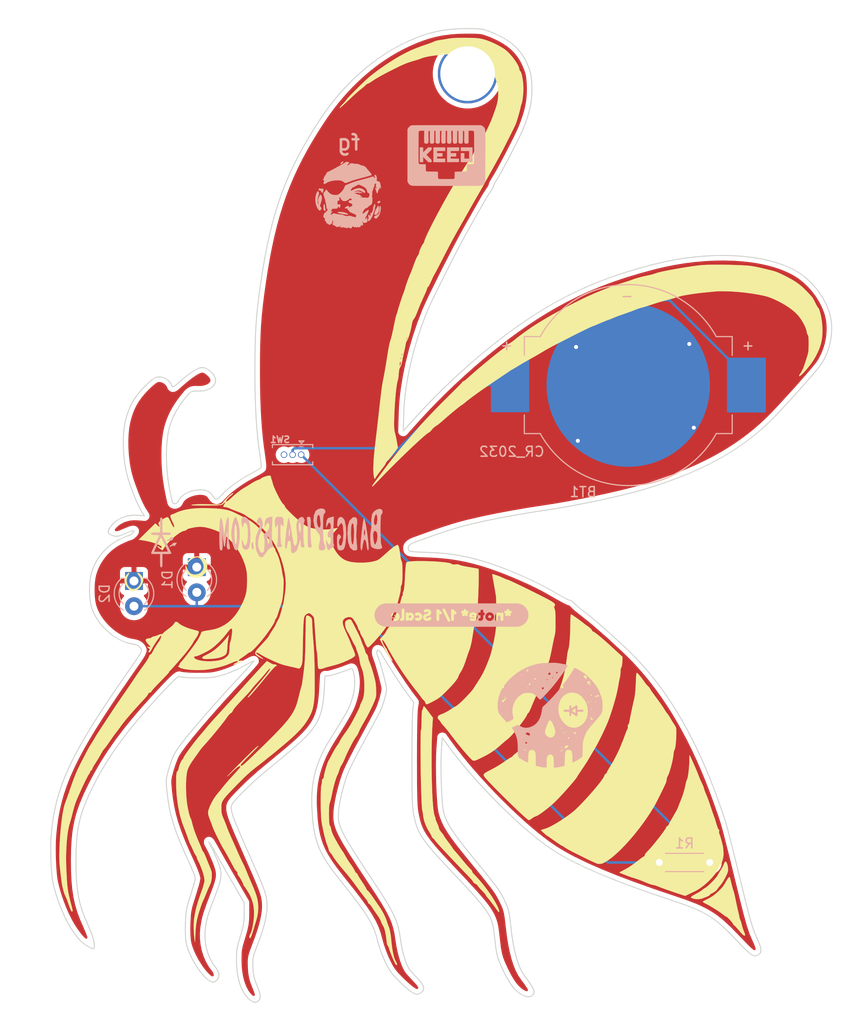
<source format=kicad_pcb>
(kicad_pcb (version 20211014) (generator pcbnew)
  (title_block (title "Toor Camp - Learn to Solder Mosquito") (date "2022-06-28") (rev "1.0") (company "Badge Pirates"))
  (layers (0 "F.Cu" signal) (31 "B.Cu" signal) (34 "B.Paste" user) (35 "F.Paste" user) (36 "B.SilkS" user "B.Silkscreen") (37 "F.SilkS" user "F.Silkscreen") (38 "B.Mask" user) (39 "F.Mask" user) (44 "Edge.Cuts" user))
  (net 0 "")
  (net 1 "Net-(BT1-Pad1)")
  (net 2 "GND")
  (net 3 "VCC")
  (net 4 "Net-(R1-Pad1)")
  (footprint "LOGO" (layer "F.Cu") (at 109.9058 70.8152)
    (fp_text reference "G***" hide)
    (fp_text value "LOGO" hide)
  )
  (footprint "BadgePiratesLogo:NG_B.SLK" (layer "F.Cu") (at 151.9682 58.1914)
    (fp_text reference "G***" hide)
    (fp_text value "NG_BSilk" hide)
  )
  (footprint "BadgePiratesLogo:BPSkull_Distressed_B.SILK" (layer "F.Cu") (at 162.5346 114.7826)
    (fp_text reference "G***" hide)
    (fp_text value "BP Logo" hide)
  )
  (footprint "LOGO" (layer "F.Cu") (at 113.1316 67.0052)
    (fp_text reference "G***" hide)
    (fp_text value "LOGO" hide)
  )
  (footprint "LOGO" (layer "F.Cu") (at 110.5662 64.135)
    (fp_text reference "G***" hide)
    (fp_text value "LOGO" hide)
  )
  (footprint "BadgePiratesLogo:FG_B.SILK" (layer "F.Cu") (at 142.21242 62.179268)
    (fp_text reference "G***" hide)
    (fp_text value "fg")
  )
  (footprint "LOGO" (layer "F.Cu") (at 142.0507 94.2838)
    (fp_text reference "G***" hide)
    (fp_text value "LOGO" hide)
  )
  (footprint "BadgePirates:Hole_5.5mm" (layer "F.Cu") (at 154.2034 50.165)
    (fp_text reference "REF**" hide)
    (fp_text value "5.5mm")
  )
  (footprint "LOGO" (layer "F.Cu") (at 112.5474 68.834)
    (fp_text reference "G***" hide)
    (fp_text value "LOGO" hide)
  )
  (footprint "BadgePiratesLogo:BadgePiratesURL_B.SLK" (layer "F.Cu") (at 137.414 97.1296)
    (fp_text reference "G***" hide)
    (fp_text value "LOGO" hide)
  )
  (footprint "LOGO" (layer "F.Cu") (at 142.0507 94.2838)
    (fp_text reference "G***" hide)
    (fp_text value "LOGO" hide)
  )
  (footprint "BadgePiratesLogo:LED_Schematic_B.SLK" (layer "F.Cu") (at 123.6472 97.409 -90)
    (fp_text reference "G***" hide)
    (fp_text value "LOGO" hide)
  )
  (footprint "kibuzzard-62B665C3" (layer "B.Cu") (at 152.5778 104.6988 180)
    (fp_text reference "kibuzzard-62B665C3" hide)
    (fp_text value "G***" hide)
  )
  (footprint "BadgePirates:SW_Slide_1P2T_CK_TH" (layer "B.Cu") (at 137.6426 88.493 180)
    (fp_text reference "SW1")
    (fp_text value "SW_SPDT")
  )
  (footprint "Resistor_THT:R_Axial_DIN0204_L3.6mm_D1.6mm_P5.08mm_Horizontal" (layer "B.Cu") (at 178.5874 129.6162 180)
    (fp_text reference "R1")
    (fp_text value "R_US")
  )
  (footprint "BadgePirates:BatteryHolder_MPD_BC2003_1x2032_Fixed" (layer "B.Cu") (at 170.3832 81.534)
    (fp_text reference "BT1")
    (fp_text value "Battery_Cell")
  )
  (footprint "LED_THT:LED_D3.0mm" (layer "B.Cu") (at 126.9238 99.8678 -90)
    (fp_text reference "D1")
    (fp_text value "LED")
  )
  (footprint "LED_THT:LED_D3.0mm" (layer "B.Cu") (at 120.5992 101.2648 -90)
    (fp_text reference "D2")
    (fp_text value "LED")
  )
  (gr_line (start 125.589 83.048) (end 125.3241 83.4088) (layer "Edge.Cuts") (width 0.1))
  (gr_line (start 126.3843 130.1376) (end 126.1393 129.5878) (layer "Edge.Cuts") (width 0.1))
  (gr_line (start 116.6094 138.0052) (end 116.5931 138.1733) (layer "Edge.Cuts") (width 0.1))
  (gr_line (start 130.3878 131.4017) (end 129.3323 129.56) (layer "Edge.Cuts") (width 0.1))
  (gr_line (start 158.0208 100.0625) (end 158.8291 100.387) (layer "Edge.Cuts") (width 0.1))
  (gr_line (start 156.8321 61.4018) (end 156.811 61.4917) (layer "Edge.Cuts") (width 0.1))
  (gr_line (start 159.893 48.56316) (end 160.0625 48.87209) (layer "Edge.Cuts") (width 0.1))
  (gr_line (start 156.8894 61.2689) (end 156.8321 61.4018) (layer "Edge.Cuts") (width 0.1))
  (gr_line (start 164.4244 93.7394) (end 163.1107 93.9679) (layer "Edge.Cuts") (width 0.1))
  (gr_line (start 155.878 134.1785) (end 155.5814 133.7984) (layer "Edge.Cuts") (width 0.1))
  (gr_line (start 140.4845 110.7559) (end 140.2712 110.8061) (layer "Edge.Cuts") (width 0.1))
  (gr_line (start 116.1349 101.6943) (end 116.1667 101.2844) (layer "Edge.Cuts") (width 0.1))
  (gr_line (start 160.2112 143.1274) (end 159.9654 143.0713) (layer "Edge.Cuts") (width 0.1))
  (gr_line (start 118.4887 96.7021) (end 118.3364 96.6412) (layer "Edge.Cuts") (width 0.1))
  (gr_line (start 126.0462 133.7247) (end 126.299 132.9222) (layer "Edge.Cuts") (width 0.1))
  (gr_line (start 115.0705 137.3496) (end 114.8718 137.1155) (layer "Edge.Cuts") (width 0.1))
  (gr_line (start 145.136 137.5042) (end 144.9717 136.8966) (layer "Edge.Cuts") (width 0.1))
  (gr_line (start 148.7899 46.65314) (end 149.5237 46.36777) (layer "Edge.Cuts") (width 0.1))
  (gr_line (start 127.9516 92.1846) (end 128.1475 92.2765) (layer "Edge.Cuts") (width 0.1))
  (gr_line (start 142.3724 113.7244) (end 142.4713 113.4545) (layer "Edge.Cuts") (width 0.1))
  (gr_line (start 127.5556 82.1086) (end 127.2938 82.1327) (layer "Edge.Cuts") (width 0.1))
  (gr_line (start 118.1116 95.9962) (end 118.209 95.8422) (layer "Edge.Cuts") (width 0.1))
  (gr_line (start 128.5751 141.6605) (end 128.4188 141.6337) (layer "Edge.Cuts") (width 0.1))
  (gr_line (start 125.1623 110.8814) (end 125.0889 110.8944) (layer "Edge.Cuts") (width 0.1))
  (gr_line (start 133.7671 68.7694) (end 133.9961 67.5814) (layer "Edge.Cuts") (width 0.1))
  (gr_line (start 121.3552 108.3048) (end 121.3645 108.2359) (layer "Edge.Cuts") (width 0.1))
  (gr_line (start 183.7491 138.4324) (end 183.7309 138.6113) (layer "Edge.Cuts") (width 0.1))
  (gr_line (start 155.6815 99.2506) (end 156.4709 99.4997) (layer "Edge.Cuts") (width 0.1))
  (gr_line (start 148.921 142.8549) (end 148.68 142.7372) (layer "Edge.Cuts") (width 0.1))
  (gr_line (start 157.6499 59.9688) (end 157.3169 60.5574) (layer "Edge.Cuts") (width 0.1))
  (gr_line (start 133.3176 143.148) (end 133.3 143.2936) (layer "Edge.Cuts") (width 0.1))
  (gr_line (start 128.0158 81.9946) (end 127.7967 82.0619) (layer "Edge.Cuts") (width 0.1))
  (gr_line (start 138.5847 125.1607) (end 138.5137 123.9766) (layer "Edge.Cuts") (width 0.1))
  (gr_line (start 127.4584 140.8385) (end 127.2517 140.5782) (layer "Edge.Cuts") (width 0.1))
  (gr_line (start 178.1306 134.7759) (end 177.7708 134.5869) (layer "Edge.Cuts") (width 0.1))
  (gr_line (start 129.2181 92.831) (end 129.3594 92.675) (layer "Edge.Cuts") (width 0.1))
  (gr_line (start 124.8494 93.4482) (end 124.9348 93.3973) (layer "Edge.Cuts") (width 0.1))
  (gr_line (start 116.8527 105.0454) (end 116.6611 104.7166) (layer "Edge.Cuts") (width 0.1))
  (gr_line (start 162.7619 73.3574) (end 163.9143 72.729) (layer "Edge.Cuts") (width 0.1))
  (gr_line (start 182.6981 138.8297) (end 182.4325 138.6091) (layer "Edge.Cuts") (width 0.1))
  (gr_line (start 149.6224 141.8537) (end 149.7254 142.0535) (layer "Edge.Cuts") (width 0.1))
  (gr_line (start 130.9479 140.1644) (end 130.9224 139.5071) (layer "Edge.Cuts") (width 0.1))
  (gr_line (start 155.7073 45.70102) (end 155.9166 45.75009) (layer "Edge.Cuts") (width 0.1))
  (gr_line (start 116.2702 136.6334) (end 116.3917 136.97) (layer "Edge.Cuts") (width 0.1))
  (gr_line (start 128.8835 141.5265) (end 128.7863 141.5983) (layer "Edge.Cuts") (width 0.1))
  (gr_line (start 120.9411 94.6448) (end 121.6541 94.7021) (layer "Edge.Cuts") (width 0.1))
  (gr_line (start 182.05 87.3731) (end 181.3659 87.849) (layer "Edge.Cuts") (width 0.1))
  (gr_line (start 119.2827 96.6688) (end 119.1001 96.7227) (layer "Edge.Cuts") (width 0.1))
  (gr_line (start 135.1098 63.2954) (end 135.4487 62.3105) (layer "Edge.Cuts") (width 0.1))
  (gr_line (start 138.8915 127.0971) (end 138.7889 126.6533) (layer "Edge.Cuts") (width 0.1))
  (gr_line (start 146.782 134.9371) (end 146.9183 135.2468) (layer "Edge.Cuts") (width 0.1))
  (gr_line (start 133.4136 131.6038) (end 133.6466 132.1969) (layer "Edge.Cuts") (width 0.1))
  (gr_line (start 148.0255 46.9928) (end 148.7899 46.65314) (layer "Edge.Cuts") (width 0.1))
  (gr_line (start 127.4877 92.0867) (end 127.7298 92.1217) (layer "Edge.Cuts") (width 0.1))
  (gr_line (start 118.357 118.7025) (end 117.689 119.7507) (layer "Edge.Cuts") (width 0.1))
  (gr_line (start 116.5811 99.7414) (end 116.7087 99.477) (layer "Edge.Cuts") (width 0.1))
  (gr_line (start 157.0439 138.206) (end 156.9166 137.1265) (layer "Edge.Cuts") (width 0.1))
  (gr_line (start 132.7869 81.4933) (end 132.779 80.2135) (layer "Edge.Cuts") (width 0.1))
  (gr_line (start 145.9814 112.5863) (end 145.8221 113.2255) (layer "Edge.Cuts") (width 0.1))
  (gr_line (start 127.7624 79.8135) (end 127.9638 79.91) (layer "Edge.Cuts") (width 0.1))
  (gr_line (start 165.0931 103.6563) (end 165.354 103.8873) (layer "Edge.Cuts") (width 0.1))
  (gr_line (start 129.1583 129.8182) (end 129.2826 130.2208) (layer "Edge.Cuts") (width 0.1))
  (gr_line (start 146.6496 140.8688) (end 146.4836 140.6533) (layer "Edge.Cuts") (width 0.1))
  (gr_line (start 126.0361 138.3439) (end 125.9319 138.0189) (layer "Edge.Cuts") (width 0.1))
  (gr_line (start 128.3675 134.0296) (end 128.0784 134.8725) (layer "Edge.Cuts") (width 0.1))
  (gr_line (start 154.013 128.2142) (end 154.7135 129.0759) (layer "Edge.Cuts") (width 0.1))
  (gr_line (start 119.0255 95.0792) (end 119.3674 94.9024) (layer "Edge.Cuts") (width 0.1))
  (gr_line (start 159.9654 143.0713) (end 159.7039 142.9606) (layer "Edge.Cuts") (width 0.1))
  (gr_line (start 120.5942 92.6223) (end 120.1969 91.5522) (layer "Edge.Cuts") (width 0.1))
  (gr_line (start 127.358 79.7761) (end 127.5633 79.7692) (layer "Edge.Cuts") (width 0.1))
  (gr_line (start 128.6587 139.9695) (end 128.8068 140.1617) (layer "Edge.Cuts") (width 0.1))
  (gr_line (start 133.0515 90.0868) (end 133.2959 89.9363) (layer "Edge.Cuts") (width 0.1))
  (gr_line (start 137.1106 58.5374) (end 137.6136 57.6057) (layer "Edge.Cuts") (width 0.1))
  (gr_line (start 130.9495 138.5637) (end 130.982 138.3073) (layer "Edge.Cuts") (width 0.1))
  (gr_line (start 144.7682 136.3231) (end 144.502 135.7453) (layer "Edge.Cuts") (width 0.1))
  (gr_line (start 127.8338 111.0157) (end 126.7679 111.023) (layer "Edge.Cuts") (width 0.1))
  (gr_line (start 161.8357 101.7759) (end 162.4346 102.1039) (layer "Edge.Cuts") (width 0.1))
  (gr_line (start 158.6744 137.0361) (end 158.8016 137.8238) (layer "Edge.Cuts") (width 0.1))
  (gr_line (start 190.6742 74.3324) (end 190.7539 74.654) (layer "Edge.Cuts") (width 0.1))
  (gr_line (start 134.7974 64.309) (end 135.1098 63.2954) (layer "Edge.Cuts") (width 0.1))
  (gr_line (start 121.3579 108.1778) (end 121.3061 108.076) (layer "Edge.Cuts") (width 0.1))
  (gr_line (start 120.6954 82.8521) (end 120.9833 82.4531) (layer "Edge.Cuts") (width 0.1))
  (gr_line (start 133.0661 86.8632) (end 132.9775 85.912) (layer "Edge.Cuts") (width 0.1))
  (gr_line (start 147.743 138.888) (end 147.8685 139.3125) (layer "Edge.Cuts") (width 0.1))
  (gr_line (start 158.1251 133.8734) (end 158.2295 134.1495) (layer "Edge.Cuts") (width 0.1))
  (gr_line (start 115.4829 124.2119) (end 115.3403 124.6373) (layer "Edge.Cuts") (width 0.1))
  (gr_line (start 163.9143 72.729) (end 165.0708 72.1492) (layer "Edge.Cuts") (width 0.1))
  (gr_line (start 150.0873 74.211) (end 149.6014 75.4848) (layer "Edge.Cuts") (width 0.1))
  (gr_line (start 141.2227 52.28259) (end 141.7241 51.7172) (layer "Edge.Cuts") (width 0.1))
  (gr_line (start 148.4436 140.5157) (end 149.2502 141.3903) (layer "Edge.Cuts") (width 0.1))
  (gr_line (start 165.354 103.8873) (end 166.0536 104.4457) (layer "Edge.Cuts") (width 0.1))
  (gr_line (start 112.233 129.4377) (end 112.214 128.7399) (layer "Edge.Cuts") (width 0.1))
  (gr_line (start 128.2052 127.5909) (end 128.1522 127.5447) (layer "Edge.Cuts") (width 0.1))
  (gr_line (start 164.5919 103.2315) (end 164.662 103.2526) (layer "Edge.Cuts") (width 0.1))
  (gr_line (start 140.3089 130.0116) (end 140.0166 129.5776) (layer "Edge.Cuts") (width 0.1))
  (gr_line (start 140.0166 129.5776) (end 139.7578 129.1585) (layer "Edge.Cuts") (width 0.1))
  (gr_line (start 137.1957 117.6334) (end 136.2358 118.4693) (layer "Edge.Cuts") (width 0.1))
  (gr_line (start 130.3977 124.1275) (end 130.4118 124.3354) (layer "Edge.Cuts") (width 0.1))
  (gr_line (start 125.897 134.339) (end 125.9607 134.0443) (layer "Edge.Cuts") (width 0.1))
  (gr_line (start 132.2281 143.4144) (end 132.2281 143.4144) (layer "Edge.Cuts") (width 0.1))
  (gr_line (start 160.62 143.0798) (end 160.531 143.1114) (layer "Edge.Cuts") (width 0.1))
  (gr_line (start 121.0848 107.8302) (end 120.9188 107.7301) (layer "Edge.Cuts") (width 0.1))
  (gr_line (start 149.0256 125.826) (end 148.9416 125.5434) (layer "Edge.Cuts") (width 0.1))
  (gr_line (start 149.3646 126.6334) (end 149.2341 126.3664) (layer "Edge.Cuts") (width 0.1))
  (gr_line (start 158.4435 135.1365) (end 158.5682 136.1839) (layer "Edge.Cuts") (width 0.1))
  (gr_line (start 159.7983 55.7331) (end 159.5855 56.2103) (layer "Edge.Cuts") (width 0.1))
  (gr_line (start 120.5003 96.2019) (end 120.3789 96.225) (layer "Edge.Cuts") (width 0.1))
  (gr_line (start 119.3674 94.9024) (end 119.7353 94.7681) (layer "Edge.Cuts") (width 0.1))
  (gr_line (start 159.2856 47.73269) (end 159.5054 47.99435) (layer "Edge.Cuts") (width 0.1))
  (gr_line (start 158.5682 136.1839) (end 158.6744 137.0361) (layer "Edge.Cuts") (width 0.1))
  (gr_line (start 123.1661 80.7088) (end 123.386 80.734) (layer "Edge.Cuts") (width 0.1))
  (gr_line (start 150.8446 82.7924) (end 151.7364 81.906) (layer "Edge.Cuts") (width 0.1))
  (gr_line (start 117.7516 98.0657) (end 117.9666 97.8657) (layer "Edge.Cuts") (width 0.1))
  (gr_line (start 116.1562 102.9647) (end 116.1296 102.5488) (layer "Edge.Cuts") (width 0.1))
  (gr_line (start 128.5263 81.6873) (end 128.382 81.8054) (layer "Edge.Cuts") (width 0.1))
  (gr_line (start 130.4048 123.9968) (end 130.3977 124.1275) (layer "Edge.Cuts") (width 0.1))
  (gr_line (start 144.9717 136.8966) (end 144.7682 136.3231) (layer "Edge.Cuts") (width 0.1))
  (gr_line (start 132.0958 122.0053) (end 131.5596 122.5333) (layer "Edge.Cuts") (width 0.1))
  (gr_line (start 177.0175 68.6341) (end 178.0404 68.5426) (layer "Edge.Cuts") (width 0.1))
  (gr_line (start 120.031 96.688) (end 120.1462 96.6565) (layer "Edge.Cuts") (width 0.1))
  (gr_line (start 132.2999 90.4974) (end 133.0515 90.0868) (layer "Edge.Cuts") (width 0.1))
  (gr_line (start 151.9852 96.2636) (end 151.1141 96.5576) (layer "Edge.Cuts") (width 0.1))
  (gr_line (start 183.6409 137.9419) (end 183.7191 138.2115) (layer "Edge.Cuts") (width 0.1))
  (gr_line (start 125.9607 134.0443) (end 126.0462 133.7247) (layer "Edge.Cuts") (width 0.1))
  (gr_line (start 178.6085 121.1496) (end 179.0324 122.236) (layer "Edge.Cuts") (width 0.1))
  (gr_line (start 142.7633 112.32) (end 142.8112 111.9667) (layer "Edge.Cuts") (width 0.1))
  (gr_line (start 160.9693 74.4417) (end 161.8722 73.8789) (layer "Edge.Cuts") (width 0.1))
  (gr_line (start 133.1718 87.7617) (end 133.0661 86.8632) (layer "Edge.Cuts") (width 0.1))
  (gr_line (start 120.3789 96.225) (end 120.2086 96.28) (layer "Edge.Cuts") (width 0.1))
  (gr_line (start 112.3148 130.7362) (end 112.2671 130.1142) (layer "Edge.Cuts") (width 0.1))
  (gr_line (start 160.8189 142.9084) (end 160.7651 142.9782) (layer "Edge.Cuts") (width 0.1))
  (gr_line (start 143.5484 129.7632) (end 144.6395 131.4118) (layer "Edge.Cuts") (width 0.1))
  (gr_line (start 130.9307 138.8366) (end 130.9495 138.5637) (layer "Edge.Cuts") (width 0.1))
  (gr_line (start 128.9535 140.363) (end 129.0614 140.5624) (layer "Edge.Cuts") (width 0.1))
  (gr_line (start 156.4709 99.4997) (end 157.2283 99.764) (layer "Edge.Cuts") (width 0.1))
  (gr_line (start 138.5056 123.0265) (end 138.526 122.5693) (layer "Edge.Cuts") (width 0.1))
  (gr_line (start 137.6136 57.6057) (end 138.156 56.6667) (layer "Edge.Cuts") (width 0.1))
  (gr_line (start 145.8959 139.6128) (end 145.6778 139.1156) (layer "Edge.Cuts") (width 0.1))
  (gr_line (start 148.6002 117.4969) (end 148.6201 115.9031) (layer "Edge.Cuts") (width 0.1))
  (gr_line (start 139.0014 115.534) (end 138.7955 115.8716) (layer "Edge.Cuts") (width 0.1))
  (gr_line (start 126.7913 82.1269) (end 126.6088 82.1387) (layer "Edge.Cuts") (width 0.1))
  (gr_line (start 114.1388 136.058) (end 113.8438 135.5255) (layer "Edge.Cuts") (width 0.1))
  (gr_line (start 152.1825 117.7749) (end 151.653 117.0379) (layer "Edge.Cuts") (width 0.1))
  (gr_line (start 182.9087 138.962) (end 182.6981 138.8297) (layer "Edge.Cuts") (width 0.1))
  (gr_line (start 119.6424 89.2273) (end 119.5678 88.5054) (layer "Edge.Cuts") (width 0.1))
  (gr_line (start 114.5661 118.9791) (end 115.0942 117.9919) (layer "Edge.Cuts") (width 0.1))
  (gr_line (start 121.3645 108.2359) (end 121.3579 108.1778) (layer "Edge.Cuts") (width 0.1))
  (gr_line (start 132.836 76.4966) (end 132.889 75.4878) (layer "Edge.Cuts") (width 0.1))
  (gr_line (start 190.037 79.0737) (end 189.8541 79.3791) (layer "Edge.Cuts") (width 0.1))
  (gr_line (start 159.0471 47.48503) (end 159.2856 47.73269) (layer "Edge.Cuts") (width 0.1))
  (gr_line (start 172.8519 69.3964) (end 173.8961 69.146) (layer "Edge.Cuts") (width 0.1))
  (gr_line (start 148.4337 97.5904) (end 148.3326 97.683) (layer "Edge.Cuts") (width 0.1))
  (gr_line (start 147.3294 141.5969) (end 146.8402 141.09) (layer "Edge.Cuts") (width 0.1))
  (gr_line (start 159.7309 140.7197) (end 159.9711 141.075) (layer "Edge.Cuts") (width 0.1))
  (gr_line (start 123.8876 89.4362) (end 123.9402 90.2552) (layer "Edge.Cuts") (width 0.1))
  (gr_line (start 141.9998 121.0167) (end 141.8395 121.5067) (layer "Edge.Cuts") (width 0.1))
  (gr_line (start 142.4325 110.0942) (end 141.7708 110.3469) (layer "Edge.Cuts") (width 0.1))
  (gr_line (start 145.2704 108.2503) (end 145.1828 108.2186) (layer "Edge.Cuts") (width 0.1))
  (gr_line (start 120.2086 96.28) (end 119.7247 96.4854) (layer "Edge.Cuts") (width 0.1))
  (gr_line (start 156.811 61.4917) (end 156.7883 61.5802) (layer "Edge.Cuts") (width 0.1))
  (gr_line (start 140.7358 52.86835) (end 141.2227 52.28259) (layer "Edge.Cuts") (width 0.1))
  (gr_line (start 133.1873 142.5156) (end 133.2618 142.7634) (layer "Edge.Cuts") (width 0.1))
  (gr_line (start 124.8783 84.1019) (end 124.6927 84.4435) (layer "Edge.Cuts") (width 0.1))
  (gr_line (start 169.7985 92.6127) (end 168.5332 92.9061) (layer "Edge.Cuts") (width 0.1))
  (gr_line (start 148.6499 114.7185) (end 148.6864 114.1142) (layer "Edge.Cuts") (width 0.1))
  (gr_line (start 124.0224 86.4474) (end 123.9368 87.1055) (layer "Edge.Cuts") (width 0.1))
  (gr_line (start 116.5966 137.7983) (end 116.6094 138.0052) (layer "Edge.Cuts") (width 0.1))
  (gr_line (start 118.209 95.8422) (end 118.4409 95.5515) (layer "Edge.Cuts") (width 0.1))
  (gr_line (start 145.8221 113.2255) (end 145.5957 113.9021) (layer "Edge.Cuts") (width 0.1))
  (gr_line (start 158.2053 76.3583) (end 159.1335 75.6834) (layer "Edge.Cuts") (width 0.1))
  (gr_line (start 183.39 138.9628) (end 183.2368 139.0153) (layer "Edge.Cuts") (width 0.1))
  (gr_line (start 113.5583 134.9419) (end 113.2872 134.3194) (layer "Edge.Cuts") (width 0.1))
  (gr_line (start 140.196 117.458) (end 140.466 117.0203) (layer "Edge.Cuts") (width 0.1))
  (gr_line (start 157.4803 132.6149) (end 157.6579 132.922) (layer "Edge.Cuts") (width 0.1))
  (gr_line (start 162.7731 128.3571) (end 162.1859 127.9544) (layer "Edge.Cuts") (width 0.1))
  (gr_line (start 114.104 119.9188) (end 114.5661 118.9791) (layer "Edge.Cuts") (width 0.1))
  (gr_line (start 153.1903 45.65098) (end 154.0146 45.6288) (layer "Edge.Cuts") (width 0.1))
  (gr_line (start 156.6215 122.9832) (end 155.9084 122.2338) (layer "Edge.Cuts") (width 0.1))
  (gr_line (start 130.4906 123.7411) (end 130.4327 123.8723) (layer "Edge.Cuts") (width 0.1))
  (gr_line (start 132.5786 140.1871) (end 132.6166 140.682) (layer "Edge.Cuts") (width 0.1))
  (gr_line (start 124.5485 118.9385) (end 124.6821 118.6551) (layer "Edge.Cuts") (width 0.1))
  (gr_line (start 132.2278 143.4143) (end 132.2281 143.4144) (layer "Edge.Cuts") (width 0.1))
  (gr_line (start 114.8324 127.27) (end 114.7726 128.2772) (layer "Edge.Cuts") (width 0.1))
  (gr_line (start 161.1566 101.4318) (end 161.8357 101.7759) (layer "Edge.Cuts") (width 0.1))
  (gr_line (start 139.1609 127.9368) (end 139.0148 127.5231) (layer "Edge.Cuts") (width 0.1))
  (gr_line (start 160.9031 126.9669) (end 160.2194 126.3942) (layer "Edge.Cuts") (width 0.1))
  (gr_line (start 124.9348 93.3973) (end 125.0074 93.3234) (layer "Edge.Cuts") (width 0.1))
  (gr_line (start 154.1475 98.8536) (end 154.9097 99.0357) (layer "Edge.Cuts") (width 0.1))
  (gr_line (start 160.3672 54.10336) (end 160.2126 54.6173) (layer "Edge.Cuts") (width 0.1))
  (gr_line (start 179.0476 68.4902) (end 180.035 68.4768) (layer "Edge.Cuts") (width 0.1))
  (gr_line (start 133.1772 143.5129) (end 133.0766 143.5984) (layer "Edge.Cuts") (width 0.1))
  (gr_line (start 127.9638 79.91) (end 128.176 80.0594) (layer "Edge.Cuts") (width 0.1))
  (gr_line (start 130.659 110.3137) (end 130.234 110.4864) (layer "Edge.Cuts") (width 0.1))
  (gr_line (start 124.2374 119.773) (end 124.3939 119.3283) (layer "Edge.Cuts") (width 0.1))
  (gr_line (start 183.9696 85.8284) (end 183.3504 86.3636) (layer "Edge.Cuts") (width 0.1))
  (gr_line (start 133.8187 135.4786) (end 133.6816 136.0222) (layer "Edge.Cuts") (width 0.1))
  (gr_line (start 126.3053 80.3066) (end 126.6193 80.0969) (layer "Edge.Cuts") (width 0.1))
  (gr_line (start 124.9638 110.9741) (end 124.7824 111.1253) (layer "Edge.Cuts") (width 0.1))
  (gr_line (start 178.7995 135.1867) (end 178.4718 134.9748) (layer "Edge.Cuts") (width 0.1))
  (gr_line (start 127.2308 92.0785) (end 127.4877 92.0867) (layer "Edge.Cuts") (width 0.1))
  (gr_line (start 143.0921 133.6055) (end 142.3399 132.6294) (layer "Edge.Cuts") (width 0.1))
  (gr_line (start 126.4266 92.2036) (end 126.6948 92.138) (layer "Edge.Cuts") (width 0.1))
  (gr_line (start 168.6304 106.6232) (end 170.0468 107.9324) (layer "Edge.Cuts") (width 0.1))
  (gr_line (start 147.8685 139.3125) (end 148.0044 139.6969) (layer "Edge.Cuts") (width 0.1))
  (gr_line (start 132.2281 143.4144) (end 132.078 143.2762) (layer "Edge.Cuts") (width 0.1))
  (gr_line (start 169.0825 131.4032) (end 167.4987 130.761) (layer "Edge.Cuts") (width 0.1))
  (gr_line (start 147.0345 135.5468) (end 147.217 136.1407) (layer "Edge.Cuts") (width 0.1))
  (gr_line (start 116.5021 121.8937) (end 116.0294 122.8757) (layer "Edge.Cuts") (width 0.1))
  (gr_line (start 128.2757 139.3244) (end 128.5206 139.7652) (layer "Edge.Cuts") (width 0.1))
  (gr_line (start 129.2826 130.2208) (end 129.3517 130.5867) (layer "Edge.Cuts") (width 0.1))
  (gr_line (start 119.7353 94.7681) (end 120.1238 94.6789) (layer "Edge.Cuts") (width 0.1))
  (gr_line (start 124.1426 85.8872) (end 124.0224 86.4474) (layer "Edge.Cuts") (width 0.1))
  (gr_line (start 115.1654 133.7506) (end 115.3733 134.4517) (layer "Edge.Cuts") (width 0.1))
  (gr_line (start 171.8844 92.0628) (end 170.9316 92.3282) (layer "Edge.Cuts") (width 0.1))
  (gr_line (start 120.2118 96.6386) (end 120.2964 96.5899) (layer "Edge.Cuts") (width 0.1))
  (gr_line (start 145.1153 108.2506) (end 145.0739 108.3394) (layer "Edge.Cuts") (width 0.1))
  (gr_line (start 153.2787 119.2138) (end 152.7073 118.4834) (layer "Edge.Cuts") (width 0.1))
  (gr_line (start 128.6429 81.5562) (end 128.5263 81.6873) (layer "Edge.Cuts") (width 0.1))
  (gr_line (start 148.7385 97.4174) (end 148.5687 97.5022) (layer "Edge.Cuts") (width 0.1))
  (gr_line (start 132.9729 143.6561) (end 132.8649 143.686) (layer "Edge.Cuts") (width 0.1))
  (gr_line (start 115.6657 137.881) (end 115.4615 137.7266) (layer "Edge.Cuts") (width 0.1))
  (gr_line (start 159.9711 141.075) (end 160.3564 141.5906) (layer "Edge.Cuts") (width 0.1))
  (gr_line (start 139.8412 110.8266) (end 139.7661 112.1411) (layer "Edge.Cuts") (width 0.1))
  (gr_line (start 123.8097 80.8963) (end 123.9999 81.0257) (layer "Edge.Cuts") (width 0.1))
  (gr_line (start 190.8177 76.7128) (end 190.7611 77.0634) (layer "Edge.Cuts") (width 0.1))
  (gr_line (start 128.7872 81.2621) (end 128.7304 81.4138) (layer "Edge.Cuts") (width 0.1))
  (gr_line (start 177.5457 89.9724) (end 176.6912 90.3514) (layer "Edge.Cuts") (width 0.1))
  (gr_line (start 132.9775 85.912) (end 132.9055 84.9038) (layer "Edge.Cuts") (width 0.1))
  (gr_line (start 129.1379 141.0682) (end 129.1013 141.1998) (layer "Edge.Cuts") (width 0.1))
  (gr_line (start 128.1526 127.5937) (end 128.1888 127.6918) (layer "Edge.Cuts") (width 0.1))
  (gr_line (start 160.8758 142.5201) (end 160.8919 142.6246) (layer "Edge.Cuts") (width 0.1))
  (gr_line (start 148.6864 114.1142) (end 148.7806 113.4907) (layer "Edge.Cuts") (width 0.1))
  (gr_line (start 141.6531 126.6509) (end 141.8477 127.0234) (layer "Edge.Cuts") (width 0.1))
  (gr_line (start 187.0402 69.9104) (end 187.3438 70.0795) (layer "Edge.Cuts") (width 0.1))
  (gr_line (start 124.6836 81.6409) (end 124.8166 81.5343) (layer "Edge.Cuts") (width 0.1))
  (gr_line (start 151.5671 118.2117) (end 151.5341 118.9144) (layer "Edge.Cuts") (width 0.1))
  (gr_line (start 126.3118 139.0117) (end 126.1637 138.6764) (layer "Edge.Cuts") (width 0.1))
  (gr_line (start 141.2919 125.7462) (end 141.379 126.02) (layer "Edge.Cuts") (width 0.1))
  (gr_line (start 120.0291 91.0359) (end 119.8937 90.5616) (layer "Edge.Cuts") (width 0.1))
  (gr_line (start 145.2814 109.1928) (end 145.4168 109.6114) (layer "Edge.Cuts") (width 0.1))
  (gr_line (start 150.2399 46.13371) (end 150.9516 45.94797) (layer "Edge.Cuts") (width 0.1))
  (gr_line (start 145.0031 48.78213) (end 145.5892 48.37407) (layer "Edge.Cuts") (width 0.1))
  (gr_line (start 131.0311 138.0485) (end 131.0999 137.7686) (layer "Edge.Cuts") (width 0.1))
  (gr_line (start 133.5062 136.6088) (end 133.292 137.2406) (layer "Edge.Cuts") (width 0.1))
  (gr_line (start 122.4468 80.979) (end 122.719 80.8067) (layer "Edge.Cuts") (width 0.1))
  (gr_line (start 148.68 142.7372) (end 148.4411 142.5774) (layer "Edge.Cuts") (width 0.1))
  (gr_line (start 164.7511 103.31) (end 164.8476 103.3951) (layer "Edge.Cuts") (width 0.1))
  (gr_line (start 146.0258 112.3148) (end 145.9814 112.5863) (layer "Edge.Cuts") (width 0.1))
  (gr_line (start 117.689 119.7507) (end 117.0742 120.8096) (layer "Edge.Cuts") (width 0.1))
  (gr_line (start 182.711 86.8783) (end 182.05 87.3731) (layer "Edge.Cuts") (width 0.1))
  (gr_line (start 128.291 110.9898) (end 127.8338 111.0157) (layer "Edge.Cuts") (width 0.1))
  (gr_line (start 121.3061 108.076) (end 121.2177 107.9644) (layer "Edge.Cuts") (width 0.1))
  (gr_line (start 146.1851 47.99057) (end 146.7902 47.63218) (layer "Edge.Cuts") (width 0.1))
  (gr_line (start 118.0407 96.4249) (end 118.0096 96.3393) (layer "Edge.Cuts") (width 0.1))
  (gr_line (start 127.1379 79.8336) (end 127.358 79.7761) (layer "Edge.Cuts") (width 0.1))
  (gr_line (start 145.5957 113.9021) (end 145.4672 114.2204) (layer "Edge.Cuts") (width 0.1))
  (gr_line (start 160.2171 49.19856) (end 160.3578 49.54344) (layer "Edge.Cuts") (width 0.1))
  (gr_line (start 157.3449 123.7183) (end 156.6215 122.9832) (layer "Edge.Cuts") (width 0.1))
  (gr_line (start 131.0999 137.7686) (end 131.3083 137.0698) (layer "Edge.Cuts") (width 0.1))
  (gr_line (start 143.3091 50.14854) (end 143.8625 49.66989) (layer "Edge.Cuts") (width 0.1))
  (gr_line (start 132.6966 121.4427) (end 132.0958 122.0053) (layer "Edge.Cuts") (width 0.1))
  (gr_line (start 159.5054 47.99435) (end 159.7075 48.27087) (layer "Edge.Cuts") (width 0.1))
  (gr_line (start 126.2401 111.006) (end 125.7696 110.9762) (layer "Edge.Cuts") (width 0.1))
  (gr_line (start 153.4351 127.4781) (end 154.013 128.2142) (layer "Edge.Cuts") (width 0.1))
  (gr_line (start 119.5239 87.0543) (end 119.5557 86.3657) (layer "Edge.Cuts") (width 0.1))
  (gr_line (start 160.8285 142.3852) (end 160.8758 142.5201) (layer "Edge.Cuts") (width 0.1))
  (gr_line (start 113.8438 135.5255) (end 113.5583 134.9419) (layer "Edge.Cuts") (width 0.1))
  (gr_line (start 128.7864 92.973) (end 128.8859 93.0113) (layer "Edge.Cuts") (width 0.1))
  (gr_line (start 124.4034 81.5605) (end 124.4382 81.644) (layer "Edge.Cuts") (width 0.1))
  (gr_line (start 148.339 98.2328) (end 148.4431 98.2727) (layer "Edge.Cuts") (width 0.1))
  (gr_line (start 126.452 82.1761) (end 126.3076 82.2479) (layer "Edge.Cuts") (width 0.1))
  (gr_line (start 139.7294 112.6809) (end 139.6816 113.1772) (layer "Edge.Cuts") (width 0.1))
  (gr_line (start 132.6166 140.682) (end 132.6836 141.1017) (layer "Edge.Cuts") (width 0.1))
  (gr_line (start 143.8625 49.66989) (end 144.4273 49.21425) (layer "Edge.Cuts") (width 0.1))
  (gr_line (start 181.9337 68.5663) (end 182.8367 68.6688) (layer "Edge.Cuts") (width 0.1))
  (gr_line (start 124.3035 81.3617) (end 124.4034 81.5605) (layer "Edge.Cuts") (width 0.1))
  (gr_line (start 158.3822 134.7553) (end 158.4435 135.1365) (layer "Edge.Cuts") (width 0.1))
  (gr_line (start 145.9546 109.3356) (end 145.6648 108.8569) (layer "Edge.Cuts") (width 0.1))
  (gr_line (start 142.8071 110.9767) (end 142.7566 110.6689) (layer "Edge.Cuts") (width 0.1))
  (gr_line (start 158.8016 137.8238) (end 158.9491 138.5449) (layer "Edge.Cuts") (width 0.1))
  (gr_line (start 123.9307 120.8391) (end 124.0982 120.2212) (layer "Edge.Cuts") (width 0.1))
  (gr_line (start 164.4179 103.1885) (end 164.52 103.2219) (layer "Edge.Cuts") (width 0.1))
  (gr_line (start 149.2502 141.3903) (end 149.464 141.6331) (layer "Edge.Cuts") (width 0.1))
  (gr_line (start 145.6648 108.8569) (end 145.482 108.5311) (layer "Edge.Cuts") (width 0.1))
  (gr_line (start 113.2872 134.3194) (end 113.0354 133.6702) (layer "Edge.Cuts") (width 0.1))
  (gr_line (start 190.8554 76.3619) (end 190.8177 76.7128) (layer "Edge.Cuts") (width 0.1))
  (gr_line (start 123.8598 121.7906) (end 123.8491 121.5273) (layer "Edge.Cuts") (width 0.1))
  (gr_line (start 134.0056 134.0824) (end 133.9802 134.5109) (layer "Edge.Cuts") (width 0.1))
  (gr_line (start 141.1845 124.9993) (end 141.1984 125.2435) (layer "Edge.Cuts") (width 0.1))
  (gr_line (start 147.9818 81.9484) (end 147.9043 82.5591) (layer "Edge.Cuts") (width 0.1))
  (gr_line (start 173.9201 91.4118) (end 172.922 91.7424) (layer "Edge.Cuts") (width 0.1))
  (gr_line (start 125.9389 80.5776) (end 126.3053 80.3066) (layer "Edge.Cuts") (width 0.1))
  (gr_line (start 112.2112 128.0542) (end 112.2259 127.4137) (layer "Edge.Cuts") (width 0.1))
  (gr_line (start 132.6099 139.1757) (end 132.5766 139.3934) (layer "Edge.Cuts") (width 0.1))
  (gr_line (start 117.1195 114.6508) (end 117.9562 113.3793) (layer "Edge.Cuts") (width 0.1))
  (gr_line (start 124.384 85.1405) (end 124.2561 85.5053) (layer "Edge.Cuts") (width 0.1))
  (gr_line (start 134.509 65.3571) (end 134.7974 64.309) (layer "Edge.Cuts") (width 0.1))
  (gr_line (start 158.4679 58.441) (end 157.6499 59.9688) (layer "Edge.Cuts") (width 0.1))
  (gr_line (start 139.7661 112.1411) (end 139.7294 112.6809) (layer "Edge.Cuts") (width 0.1))
  (gr_line (start 131.7009 134.7459) (end 131.7001 133.669) (layer "Edge.Cuts") (width 0.1))
  (gr_line (start 190.3261 73.4191) (end 190.5742 74.021) (layer "Edge.Cuts") (width 0.1))
  (gr_line (start 119.5281 87.7743) (end 119.5239 87.0543) (layer "Edge.Cuts") (width 0.1))
  (gr_line (start 147.7214 141.9699) (end 147.3294 141.5969) (layer "Edge.Cuts") (width 0.1))
  (gr_line (start 139.4432 114.4577) (end 139.3224 114.8323) (layer "Edge.Cuts") (width 0.1))
  (gr_line (start 174.8799 91.0704) (end 173.9201 91.4118) (layer "Edge.Cuts") (width 0.1))
  (gr_line (start 141.203 124.4867) (end 141.1845 124.9993) (layer "Edge.Cuts") (width 0.1))
  (gr_line (start 140.6366 130.4662) (end 140.3089 130.0116) (layer "Edge.Cuts") (width 0.1))
  (gr_line (start 166.2451 71.6128) (end 167.4504 71.1144) (layer "Edge.Cuts") (width 0.1))
  (gr_line (start 124.4382 81.644) (end 124.4746 81.6981) (layer "Edge.Cuts") (width 0.1))
  (gr_line (start 141.8395 121.5067) (end 141.6874 122.028) (layer "Edge.Cuts") (width 0.1))
  (gr_line (start 183.5512 138.8698) (end 183.39 138.9628) (layer "Edge.Cuts") (width 0.1))
  (gr_line (start 156.6018 135.4433) (end 156.4782 135.1474) (layer "Edge.Cuts") (width 0.1))
  (gr_line (start 153.3873 98.703) (end 154.1475 98.8536) (layer "Edge.Cuts") (width 0.1))
  (gr_line (start 124.0313 123.3489) (end 123.9273 122.5139) (layer "Edge.Cuts") (width 0.1))
  (gr_line (start 121.3867 94.2906) (end 121.211 93.988) (layer "Edge.Cuts") (width 0.1))
  (gr_line (start 112.4461 131.6833) (end 112.3749 131.2703) (layer "Edge.Cuts") (width 0.1))
  (gr_line (start 127.2517 140.5782) (end 127.0471 140.2943) (layer "Edge.Cuts") (width 0.1))
  (gr_line (start 159.1335 75.6834) (end 160.0556 75.0439) (layer "Edge.Cuts") (width 0.1))
  (gr_line (start 131.4982 109.9164) (end 131.0825 110.1229) (layer "Edge.Cuts") (width 0.1))
  (gr_line (start 128.382 81.8054) (end 128.2114 81.9084) (layer "Edge.Cuts") (width 0.1))
  (gr_line (start 132.6325 143.6618) (end 132.5061 143.6076) (layer "Edge.Cuts") (width 0.1))
  (gr_line (start 132.7556 138.6711) (end 132.668 138.9426) (layer "Edge.Cuts") (width 0.1))
  (gr_line (start 141.0755 110.5821) (end 140.4845 110.7559) (layer "Edge.Cuts") (width 0.1))
  (gr_line (start 115.1086 125.4831) (end 115.0176 125.9117) (layer "Edge.Cuts") (width 0.1))
  (gr_line (start 147.5349 137.9557) (end 147.6308 138.4326) (layer "Edge.Cuts") (width 0.1))
  (gr_line (start 120.5275 94.637) (end 120.9411 94.6448) (layer "Edge.Cuts") (width 0.1))
  (gr_line (start 153.353 67.596) (end 152.0498 70.1269) (layer "Edge.Cuts") (width 0.1))
  (gr_line (start 112.2595 126.8518) (end 112.3511 125.9543) (layer "Edge.Cuts") (width 0.1))
  (gr_line (start 150.8417 72.5686) (end 150.3854 73.5341) (layer "Edge.Cuts") (width 0.1))
  (gr_line (start 132.6046 109.3302) (end 132.4402 109.4046) (layer "Edge.Cuts") (width 0.1))
  (gr_line (start 132.078 143.2762) (end 131.9362 143.1217) (layer "Edge.Cuts") (width 0.1))
  (gr_line (start 160.2194 126.3942) (end 159.5158 125.777) (layer "Edge.Cuts") (width 0.1))
  (gr_line (start 116.6611 104.7166) (end 116.4982 104.3814) (layer "Edge.Cuts") (width 0.1))
  (gr_line (start 116.3917 136.97) (end 116.4871 137.2781) (layer "Edge.Cuts") (width 0.1))
  (gr_line (start 163.7318 128.9412) (end 163.2352 128.6483) (layer "Edge.Cuts") (width 0.1))
  (gr_line (start 149.7044 142.5421) (end 149.5879 142.6729) (layer "Edge.Cuts") (width 0.1))
  (gr_line (start 132.7841 78.8116) (end 132.802 77.5886) (layer "Edge.Cuts") (width 0.1))
  (gr_line (start 163.2352 128.6483) (end 162.7731 128.3571) (layer "Edge.Cuts") (width 0.1))
  (gr_line (start 138.156 56.6667) (end 138.7399 55.7143) (layer "Edge.Cuts") (width 0.1))
  (gr_line (start 166.0853 130.1392) (end 164.8327 129.5339) (layer "Edge.Cuts") (width 0.1))
  (gr_line (start 156.7266 61.7092) (end 156.5239 62.0194) (layer "Edge.Cuts") (width 0.1))
  (gr_line (start 128.9707 141.4333) (end 128.8835 141.5265) (layer "Edge.Cuts") (width 0.1))
  (gr_line (start 142.7679 50.64965) (end 143.3091 50.14854) (layer "Edge.Cuts") (width 0.1))
  (gr_line (start 185.871 83.9332) (end 185.145 84.6963) (layer "Edge.Cuts") (width 0.1))
  (gr_line (start 159.5158 125.777) (end 158.7981 125.1212) (layer "Edge.Cuts") (width 0.1))
  (gr_line (start 132.5061 143.6076) (end 132.3715 143.5251) (layer "Edge.Cuts") (width 0.1))
  (gr_line (start 120.8059 93.1317) (end 120.5942 92.6223) (layer "Edge.Cuts") (width 0.1))
  (gr_line (start 131.803 142.9513) (end 131.6785 142.7654) (layer "Edge.Cuts") (width 0.1))
  (gr_line (start 187.3438 70.0795) (end 187.611 70.2451) (layer "Edge.Cuts") (width 0.1))
  (gr_line (start 153.9281 66.519) (end 153.353 67.596) (layer "Edge.Cuts") (width 0.1))
  (gr_line (start 118.7822 96.7584) (end 118.6353 96.7414) (layer "Edge.Cuts") (width 0.1))
  (gr_line (start 149.1091 84.6155) (end 149.9681 83.6962) (layer "Edge.Cuts") (width 0.1))
  (gr_line (start 152.7695 96.0158) (end 151.9852 96.2636) (layer "Edge.Cuts") (width 0.1))
  (gr_line (start 124.7579 93.475) (end 124.8494 93.4482) (layer "Edge.Cuts") (width 0.1))
  (gr_line (start 129.3517 130.5867) (end 129.3644 130.9434) (layer "Edge.Cuts") (width 0.1))
  (gr_line (start 186.7218 69.7506) (end 187.0402 69.9104) (layer "Edge.Cuts") (width 0.1))
  (gr_line (start 115.3403 124.6373) (end 115.2159 125.0597) (layer "Edge.Cuts") (width 0.1))
  (gr_line (start 158.7892 47.25046) (end 159.0471 47.48503) (layer "Edge.Cuts") (width 0.1))
  (gr_line (start 116.1225 102.1206) (end 116.1349 101.6943) (layer "Edge.Cuts") (width 0.1))
  (gr_line (start 125.0074 93.3234) (end 125.0606 93.2273) (layer "Edge.Cuts") (width 0.1))
  (gr_line (start 118.9352 96.7523) (end 118.7822 96.7584) (layer "Edge.Cuts") (width 0.1))
  (gr_line (start 124.3457 124.9286) (end 124.168 124.1449) (layer "Edge.Cuts") (width 0.1))
  (gr_line (start 117.0702 105.3655) (end 116.8527 105.0454) (layer "Edge.Cuts") (width 0.1))
  (gr_line (start 142.0966 114.3222) (end 142.2509 114.0075) (layer "Edge.Cuts") (width 0.1))
  (gr_line (start 182.5093 134.7461) (end 182.8082 135.8112) (layer "Edge.Cuts") (width 0.1))
  (gr_line (start 123.9368 87.1055) (end 123.8858 87.8383) (layer "Edge.Cuts") (width 0.1))
  (gr_line (start 120.1462 96.6565) (end 120.2118 96.6386) (layer "Edge.Cuts") (width 0.1))
  (gr_line (start 183.3389 137.2299) (end 183.5143 137.6169) (layer "Edge.Cuts") (width 0.1))
  (gr_line (start 123.8522 112.0538) (end 122.8627 113.1149) (layer "Edge.Cuts") (width 0.1))
  (gr_line (start 158.4039 141.6402) (end 158.203 141.3006) (layer "Edge.Cuts") (width 0.1))
  (gr_line (start 125.776 135.7144) (end 125.818 134.9428) (layer "Edge.Cuts") (width 0.1))
  (gr_line (start 118.6353 96.7414) (end 118.4887 96.7021) (layer "Edge.Cuts") (width 0.1))
  (gr_line (start 176.7771 117.1091) (end 177.2556 118.0738) (layer "Edge.Cuts") (width 0.1))
  (gr_line (start 140.2712 110.8061) (end 140.1357 110.8245) (layer "Edge.Cuts") (width 0.1))
  (gr_line (start 175.983 68.7651) (end 177.0175 68.6341) (layer "Edge.Cuts") (width 0.1))
  (gr_line (start 123.9402 90.2552) (end 124.0274 91.0568) (layer "Edge.Cuts") (width 0.1))
  (gr_line (start 115.6339 135.1547) (end 115.9517 135.8848) (layer "Edge.Cuts") (width 0.1))
  (gr_line (start 114.9419 126.3497) (end 114.8805 126.801) (layer "Edge.Cuts") (width 0.1))
  (gr_line (start 150.2107 98.3869) (end 151.0407 98.4257) (layer "Edge.Cuts") (width 0.1))
  (gr_line (start 179.9222 88.7472) (end 179.1597 89.1711) (layer "Edge.Cuts") (width 0.1))
  (gr_line (start 123.8827 121.0759) (end 123.9307 120.8391) (layer "Edge.Cuts") (width 0.1))
  (gr_line (start 176.9763 134.2265) (end 176.0487 133.8694) (layer "Edge.Cuts") (width 0.1))
  (gr_line (start 152.7073 118.4834) (end 152.1825 117.7749) (layer "Edge.Cuts") (width 0.1))
  (gr_line (start 131.4563 142.3494) (end 131.2709 141.8774) (layer "Edge.Cuts") (width 0.1))
  (gr_line (start 158.0724 124.433) (end 157.3449 123.7183) (layer "Edge.Cuts") (width 0.1))
  (gr_line (start 149.1221 126.0988) (end 149.0256 125.826) (layer "Edge.Cuts") (width 0.1))
  (gr_line (start 123.8858 87.8383) (end 123.8694 88.6229) (layer "Edge.Cuts") (width 0.1))
  (gr_line (start 157.2813 94.9438) (end 155.879 95.2307) (layer "Edge.Cuts") (width 0.1))
  (gr_line (start 124.3464 92.8118) (end 124.465 93.32) (layer "Edge.Cuts") (width 0.1))
  (gr_line (start 149.2341 126.3664) (end 149.1221 126.0988) (layer "Edge.Cuts") (width 0.1))
  (gr_line (start 124.5138 93.4001) (end 124.5834 93.452) (layer "Edge.Cuts") (width 0.1))
  (gr_line (start 151.5533 121.6798) (end 151.592 122.6067) (layer "Edge.Cuts") (width 0.1))
  (gr_line (start 175.2583 114.3947) (end 175.7786 115.2697) (layer "Edge.Cuts") (width 0.1))
  (gr_line (start 129.0444 141.323) (end 128.9707 141.4333) (layer "Edge.Cuts") (width 0.1))
  (gr_line (start 178.368 89.5792) (end 177.5457 89.9724) (layer "Edge.Cuts") (width 0.1))
  (gr_line (start 122.1088 81.2613) (end 122.4468 80.979) (layer "Edge.Cuts") (width 0.1))
  (gr_line (start 130.1168 112.13) (end 131.3848 110.7566) (layer "Edge.Cuts") (width 0.1))
  (gr_line (start 126.6088 82.1387) (end 126.452 82.1761) (layer "Edge.Cuts") (width 0.1))
  (gr_line (start 117.0742 120.8096) (end 116.5021 121.8937) (layer "Edge.Cuts") (width 0.1))
  (gr_line (start 120.5619 96.3246) (end 120.5926 96.2516) (layer "Edge.Cuts") (width 0.1))
  (gr_line (start 189.8541 79.3791) (end 189.5517 79.7817) (layer "Edge.Cuts") (width 0.1))
  (gr_line (start 152.0758 125.3625) (end 152.3002 125.8098) (layer "Edge.Cuts") (width 0.1))
  (gr_line (start 126.6193 80.0969) (end 126.8945 79.9408) (layer "Edge.Cuts") (width 0.1))
  (gr_line (start 158.8291 100.387) (end 159.634 100.7289) (layer "Edge.Cuts") (width 0.1))
  (gr_line (start 144.7278 115.6522) (end 143.7492 117.4547) (layer "Edge.Cuts") (width 0.1))
  (gr_line (start 184.5291 68.9882) (end 185.3103 69.2048) (layer "Edge.Cuts") (width 0.1))
  (gr_line (start 129.2158 131.7391) (end 129.0521 132.2332) (layer "Edge.Cuts") (width 0.1))
  (gr_line (start 147.5547 111.807) (end 146.7294 110.557) (layer "Edge.Cuts") (width 0.1))
  (gr_line (start 148.1475 140.0318) (end 148.2949 140.3078) (layer "Edge.Cuts") (width 0.1))
  (gr_line (start 146.7294 110.557) (end 145.9546 109.3356) (layer "Edge.Cuts") (width 0.1))
  (gr_line (start 139.5304 128.749) (end 139.3321 128.3436) (layer "Edge.Cuts") (width 0.1))
  (gr_line (start 144.502 135.7453) (end 144.1496 135.1253) (layer "Edge.Cuts") (width 0.1))
  (gr_line (start 131.8934 90.721) (end 132.2999 90.4974) (layer "Edge.Cuts") (width 0.1))
  (gr_line (start 148.6918 124.245) (end 148.6559 123.8215) (layer "Edge.Cuts") (width 0.1))
  (gr_line (start 155.879 95.2307) (end 154.2458 95.6075) (layer "Edge.Cuts") (width 0.1))
  (gr_line (start 116.3664 104.0422) (end 116.2685 103.7016) (layer "Edge.Cuts") (width 0.1))
  (gr_line (start 156.5239 62.0194) (end 156.1783 62.5471) (layer "Edge.Cuts") (width 0.1))
  (gr_line (start 148.6297 123.292) (end 148.6006 121.7578) (layer "Edge.Cuts") (width 0.1))
  (gr_line (start 115.8837 138.0203) (end 115.6657 137.881) (layer "Edge.Cuts") (width 0.1))
  (gr_line (start 160.5665 50.23312) (end 160.6274 50.64121) (layer "Edge.Cuts") (width 0.1))
  (gr_line (start 166.5879 104.8649) (end 167.2162 105.3862) (layer "Edge.Cuts") (width 0.1))
  (gr_line (start 172.4434 110.4603) (end 173.0352 111.1889) (layer "Edge.Cuts") (width 0.1))
  (gr_line (start 160.646 142.0339) (end 160.8285 142.3852) (layer "Edge.Cuts") (width 0.1))
  (gr_line (start 125.7646 136.3124) (end 125.776 135.7144) (layer "Edge.Cuts") (width 0.1))
  (gr_line (start 157.2677 132.2886) (end 157.4803 132.6149) (layer "Edge.Cuts") (width 0.1))
  (gr_line (start 178.1712 120.0939) (end 178.6085 121.1496) (layer "Edge.Cuts") (width 0.1))
  (gr_line (start 130.982 138.3073) (end 131.0311 138.0485) (layer "Edge.Cuts") (width 0.1))
  (gr_line (start 154.8077 132.8984) (end 153.753 131.7516) (layer "Edge.Cuts") (width 0.1))
  (gr_line (start 159.7039 142.9606) (end 159.4356 142.7941) (layer "Edge.Cuts") (width 0.1))
  (gr_line (start 148.7389 124.6015) (end 148.6918 124.245) (layer "Edge.Cuts") (width 0.1))
  (gr_line (start 121.1148 108.7746) (end 121.2802 108.4921) (layer "Edge.Cuts") (width 0.1))
  (gr_line (start 151.0407 98.4257) (end 151.8416 98.4904) (layer "Edge.Cuts") (width 0.1))
  (gr_line (start 130.7091 125.333) (end 131.2251 126.5861) (layer "Edge.Cuts") (width 0.1))
  (gr_line (start 116.3593 138.2664) (end 116.1214 138.1504) (layer "Edge.Cuts") (width 0.1))
  (gr_line (start 119.5678 88.5054) (end 119.5281 87.7743) (layer "Edge.Cuts") (width 0.1))
  (gr_line (start 112.808 133.0064) (end 112.6099 132.34) (layer "Edge.Cuts") (width 0.1))
  (gr_line (start 127.0127 82.1323) (end 126.7913 82.1269) (layer "Edge.Cuts") (width 0.1))
  (gr_line (start 164.52 103.2219) (end 164.5919 103.2315) (layer "Edge.Cuts") (width 0.1))
  (gr_line (start 119.871 84.6401) (end 120.0346 84.1525) (layer "Edge.Cuts") (width 0.1))
  (gr_line (start 133.9947 133.6876) (end 134.0056 134.0824) (layer "Edge.Cuts") (width 0.1))
  (gr_line (start 124.5287 84.7881) (end 124.384 85.1405) (layer "Edge.Cuts") (width 0.1))
  (gr_line (start 117.174 98.73) (end 117.3548 98.4985) (layer "Edge.Cuts") (width 0.1))
  (gr_line (start 115.0055 133.0268) (end 115.1654 133.7506) (layer "Edge.Cuts") (width 0.1))
  (gr_line (start 162.4346 102.1039) (end 163.4444 102.6797) (layer "Edge.Cuts") (width 0.1))
  (gr_line (start 148.6084 98.3038) (end 149.1883 98.3492) (layer "Edge.Cuts") (width 0.1))
  (gr_line (start 128.3144 127.7517) (end 128.2052 127.5909) (layer "Edge.Cuts") (width 0.1))
  (gr_line (start 118.0096 96.3393) (end 118.0114 96.2415) (layer "Edge.Cuts") (width 0.1))
  (gr_line (start 121.3105 82.0616) (end 121.6803 81.6717) (layer "Edge.Cuts") (width 0.1))
  (gr_line (start 124.9899 118.1716) (end 125.4777 117.5106) (layer "Edge.Cuts") (width 0.1))
  (gr_line (start 119.7693 107.4481) (end 119.4348 107.3169) (layer "Edge.Cuts") (width 0.1))
  (gr_line (start 128.6376 128.3159) (end 128.3144 127.7517) (layer "Edge.Cuts") (width 0.1))
  (gr_line (start 174.1754 112.7332) (end 174.724 113.5492) (layer "Edge.Cuts") (width 0.1))
  (gr_line (start 160.6668 51.12178) (end 160.6836 51.66472) (layer "Edge.Cuts") (width 0.1))
  (gr_line (start 133.9802 134.5109) (end 133.9181 134.9756) (layer "Edge.Cuts") (width 0.1))
  (gr_line (start 125.9319 138.0189) (end 125.8541 137.7056) (layer "Edge.Cuts") (width 0.1))
  (gr_line (start 124.667 93.4766) (end 124.7579 93.475) (layer "Edge.Cuts") (width 0.1))
  (gr_line (start 141.4255 123.0939) (end 141.3243 123.6033) (layer "Edge.Cuts") (width 0.1))
  (gr_line (start 132.289 109.7679) (end 132.564 109.4528) (layer "Edge.Cuts") (width 0.1))
  (gr_line (start 129.3323 129.56) (end 128.6376 128.3159) (layer "Edge.Cuts") (width 0.1))
  (gr_line (start 179.4339 135.6613) (end 179.1186 135.4145) (layer "Edge.Cuts") (width 0.1))
  (gr_line (start 179.9706 124.8534) (end 180.1799 125.5136) (layer "Edge.Cuts") (width 0.1))
  (gr_line (start 131.3083 137.0698) (end 131.5107 136.3884) (layer "Edge.Cuts") (width 0.1))
  (gr_line (start 132.779 80.2135) (end 132.7841 78.8116) (layer "Edge.Cuts") (width 0.1))
  (gr_line (start 157.6579 132.922) (end 157.8279 133.2467) (layer "Edge.Cuts") (width 0.1))
  (gr_line (start 152.6409 81.0392) (end 153.5559 80.1938) (layer "Edge.Cuts") (width 0.1))
  (gr_line (start 138.5137 123.9766) (end 138.5016 123.4951) (layer "Edge.Cuts") (width 0.1))
  (gr_line (start 114.4381 136.5274) (end 114.1388 136.058) (layer "Edge.Cuts") (width 0.1))
  (gr_line (start 120.2964 96.5899) (end 120.4787 96.4298) (layer "Edge.Cuts") (width 0.1))
  (gr_line (start 131.3848 110.7566) (end 132.289 109.7679) (layer "Edge.Cuts") (width 0.1))
  (gr_line (start 145.4168 109.6114) (end 145.7049 110.6068) (layer "Edge.Cuts") (width 0.1))
  (gr_line (start 145.0936 108.6613) (end 145.1667 108.881) (layer "Edge.Cuts") (width 0.1))
  (gr_line (start 124.5883 81.7009) (end 124.6836 81.6409) (layer "Edge.Cuts") (width 0.1))
  (gr_line (start 157.2968 139.3355) (end 157.1958 138.9913) (layer "Edge.Cuts") (width 0.1))
  (gr_line (start 130.2515 91.8484) (end 130.639 91.5504) (layer "Edge.Cuts") (width 0.1))
  (gr_line (start 118.4571 106.7486) (end 118.1485 106.5091) (layer "Edge.Cuts") (width 0.1))
  (gr_line (start 157.1754 46.24312) (end 157.5445 46.42547) (layer "Edge.Cuts") (width 0.1))
  (gr_line (start 124.6927 84.4435) (end 124.5287 84.7881) (layer "Edge.Cuts") (width 0.1))
  (gr_line (start 120.5886 96.2272) (end 120.5718 96.2107) (layer "Edge.Cuts") (width 0.1))
  (gr_line (start 151.7754 124.5034) (end 151.9054 124.9342) (layer "Edge.Cuts") (width 0.1))
  (gr_line (start 157.5445 46.42547) (end 157.8895 46.6165) (layer "Edge.Cuts") (width 0.1))
  (gr_line (start 154.8985 45.63207) (end 155.4807 45.66649) (layer "Edge.Cuts") (width 0.1))
  (gr_line (start 187.5234 82.1278) (end 185.871 83.9332) (layer "Edge.Cuts") (width 0.1))
  (gr_line (start 132.889 75.4878) (end 132.9642 74.5143) (layer "Edge.Cuts") (width 0.1))
  (gr_line (start 148.6201 115.9031) (end 148.6499 114.7185) (layer "Edge.Cuts") (width 0.1))
  (gr_line (start 128.2466 141.5569) (end 128.0614 141.4346) (layer "Edge.Cuts") (width 0.1))
  (gr_line (start 141.1984 125.2435) (end 141.233 125.4899) (layer "Edge.Cuts") (width 0.1))
  (gr_line (start 117.853 106.2486) (end 117.573 105.9695) (layer "Edge.Cuts") (width 0.1))
  (gr_line (start 160.0625 48.87209) (end 160.2171 49.19856) (layer "Edge.Cuts") (width 0.1))
  (gr_line (start 128.1888 127.6918) (end 128.3435 127.9786) (layer "Edge.Cuts") (width 0.1))
  (gr_line (start 177.3877 134.4047) (end 176.9763 134.2265) (layer "Edge.Cuts") (width 0.1))
  (gr_line (start 141.8477 127.0234) (end 142.0857 127.4441) (layer "Edge.Cuts") (width 0.1))
  (gr_line (start 155.9166 45.75009) (end 156.3615 45.90087) (layer "Edge.Cuts") (width 0.1))
  (gr_line (start 141.8989 114.6872) (end 142.0966 114.3222) (layer "Edge.Cuts") (width 0.1))
  (gr_line (start 189.279 71.7568) (end 189.674 72.2815) (layer "Edge.Cuts") (width 0.1))
  (gr_line (start 160.531 143.1114) (end 160.4324 143.1299) (layer "Edge.Cuts") (width 0.1))
  (gr_line (start 160.0235 55.1579) (end 159.7983 55.7331) (layer "Edge.Cuts") (width 0.1))
  (gr_line (start 133.9037 133.0277) (end 133.9615 133.3563) (layer "Edge.Cuts") (width 0.1))
  (gr_line (start 165.7981 93.4796) (end 164.4244 93.7394) (layer "Edge.Cuts") (width 0.1))
  (gr_line (start 149.464 141.6331) (end 149.6224 141.8537) (layer "Edge.Cuts") (width 0.1))
  (gr_line (start 185.145 84.6963) (end 184.5703 85.2719) (layer "Edge.Cuts") (width 0.1))
  (gr_line (start 116.3702 100.2892) (end 116.4681 100.0123) (layer "Edge.Cuts") (width 0.1))
  (gr_line (start 145.4619 138.5523) (end 145.273 137.9921) (layer "Edge.Cuts") (width 0.1))
  (gr_line (start 129.0125 110.8718) (end 128.644 110.9481) (layer "Edge.Cuts") (width 0.1))
  (gr_line (start 158.2295 134.1495) (end 158.3131 134.4349) (layer "Edge.Cuts") (width 0.1))
  (gr_line (start 139.8076 54.09888) (end 140.2639 53.47395) (layer "Edge.Cuts") (width 0.1))
  (gr_line (start 131.0154 140.7811) (end 130.9479 140.1644) (layer "Edge.Cuts") (width 0.1))
  (gr_line (start 159.508 140.2868) (end 159.7309 140.7197) (layer "Edge.Cuts") (width 0.1))
  (gr_line (start 117.3112 105.6743) (end 117.0702 105.3655) (layer "Edge.Cuts") (width 0.1))
  (gr_line (start 145.3721 108.3523) (end 145.2704 108.2503) (layer "Edge.Cuts") (width 0.1))
  (gr_line (start 113.0354 133.6702) (end 112.808 133.0064) (layer "Edge.Cuts") (width 0.1))
  (gr_line (start 133.6466 132.1969) (end 133.8044 132.6564) (layer "Edge.Cuts") (width 0.1))
  (gr_line (start 145.9804 133.4846) (end 146.4378 134.2652) (layer "Edge.Cuts") (width 0.1))
  (gr_line (start 117.5475 98.2769) (end 117.7516 98.0657) (layer "Edge.Cuts") (width 0.1))
  (gr_line (start 155.5814 133.7984) (end 154.8077 132.8984) (layer "Edge.Cuts") (width 0.1))
  (gr_line (start 141.3243 123.6033) (end 141.2487 124.0734) (layer "Edge.Cuts") (width 0.1))
  (gr_line (start 162.1859 127.9544) (end 161.5606 127.489) (layer "Edge.Cuts") (width 0.1))
  (gr_line (start 125.8508 134.6311) (end 125.897 134.339) (layer "Edge.Cuts") (width 0.1))
  (gr_line (start 126.6569 139.6735) (end 126.4771 139.3456) (layer "Edge.Cuts") (width 0.1))
  (gr_line (start 118.4271 97.5018) (end 118.6716 97.3391) (layer "Edge.Cuts") (width 0.1))
  (gr_line (start 133.2887 120.9128) (end 132.6966 121.4427) (layer "Edge.Cuts") (width 0.1))
  (gr_line (start 131.1235 141.3534) (end 131.0154 140.7811) (layer "Edge.Cuts") (width 0.1))
  (gr_line (start 149.5169 126.9045) (end 149.3646 126.6334) (layer "Edge.Cuts") (width 0.1))
  (gr_line (start 149.7662 142.3962) (end 149.7044 142.5421) (layer "Edge.Cuts") (width 0.1))
  (gr_line (start 159.634 100.7289) (end 160.4162 101.08) (layer "Edge.Cuts") (width 0.1))
  (gr_line (start 159.5855 56.2103) (end 159.271 56.8624) (layer "Edge.Cuts") (width 0.1))
  (gr_line (start 170.0083 70.2109) (end 171.3877 69.7952) (layer "Edge.Cuts") (width 0.1))
  (gr_line (start 141.3317 115.642) (end 141.8989 114.6872) (layer "Edge.Cuts") (width 0.1))
  (gr_line (start 129.4045 110.7678) (end 129.0125 110.8718) (layer "Edge.Cuts") (width 0.1))
  (gr_line (start 133.0646 73.5283) (end 133.1933 72.482) (layer "Edge.Cuts") (width 0.1))
  (gr_line (start 148.3326 97.683) (end 148.2645 97.7809) (layer "Edge.Cuts") (width 0.1))
  (gr_line (start 160.4196 94.3835) (end 158.8366 94.6539) (layer "Edge.Cuts") (width 0.1))
  (gr_line (start 128.629 128.5413) (end 128.98 129.3513) (layer "Edge.Cuts") (width 0.1))
  (gr_line (start 183.0738 136.603) (end 183.3389 137.2299) (layer "Edge.Cuts") (width 0.1))
  (gr_line (start 149.7254 142.0535) (end 149.7733 142.2338) (layer "Edge.Cuts") (width 0.1))
  (gr_line (start 127.2938 82.1327) (end 127.0127 82.1323) (layer "Edge.Cuts") (width 0.1))
  (gr_line (start 126.1624 82.3624) (end 126.0031 82.5282) (layer "Edge.Cuts") (width 0.1))
  (gr_line (start 147.3511 136.7651) (end 147.4584 137.4666) (layer "Edge.Cuts") (width 0.1))
  (gr_line (start 115.3733 134.4517) (end 115.6339 135.1547) (layer "Edge.Cuts") (width 0.1))
  (gr_line (start 114.7682 130.4689) (end 114.8115 131.4108) (layer "Edge.Cuts") (width 0.1))
  (gr_line (start 139.3224 114.8323) (end 139.1761 115.1893) (layer "Edge.Cuts") (width 0.1))
  (gr_line (start 173.8961 69.146) (end 174.9412 68.9357) (layer "Edge.Cuts") (width 0.1))
  (gr_line (start 160.4324 143.1299) (end 160.2112 143.1274) (layer "Edge.Cuts") (width 0.1))
  (gr_line (start 133.4008 89.4405) (end 133.2946 88.6119) (layer "Edge.Cuts") (width 0.1))
  (gr_line (start 157.7768 140.4707) (end 157.581 140.0504) (layer "Edge.Cuts") (width 0.1))
  (gr_line (start 157.4231 139.6803) (end 157.2968 139.3355) (layer "Edge.Cuts") (width 0.1))
  (gr_line (start 145.9426 111.5424) (end 146.015 111.8863) (layer "Edge.Cuts") (width 0.1))
  (gr_line (start 124.8166 81.5343) (end 125.2314 81.1637) (layer "Edge.Cuts") (width 0.1))
  (gr_line (start 128.9432 113.4268) (end 130.1168 112.13) (layer "Edge.Cuts") (width 0.1))
  (gr_line (start 174.724 113.5492) (end 175.2583 114.3947) (layer "Edge.Cuts") (width 0.1))
  (gr_line (start 166.0536 104.4457) (end 166.5879 104.8649) (layer "Edge.Cuts") (width 0.1))
  (gr_line (start 112.2671 130.1142) (end 112.233 129.4377) (layer "Edge.Cuts") (width 0.1))
  (gr_line (start 163.1107 93.9679) (end 161.9051 94.1549) (layer "Edge.Cuts") (width 0.1))
  (gr_line (start 116.2178 100.9053) (end 116.288 100.5715) (layer "Edge.Cuts") (width 0.1))
  (gr_line (start 159.0025 142.4204) (end 158.7999 142.1949) (layer "Edge.Cuts") (width 0.1))
  (gr_line (start 112.2259 127.4137) (end 112.2595 126.8518) (layer "Edge.Cuts") (width 0.1))
  (gr_line (start 148.944 97.3348) (end 148.7385 97.4174) (layer "Edge.Cuts") (width 0.1))
  (gr_line (start 115.9517 135.8848) (end 116.2702 136.6334) (layer "Edge.Cuts") (width 0.1))
  (gr_line (start 120.0346 84.1525) (end 120.2243 83.6959) (layer "Edge.Cuts") (width 0.1))
  (gr_line (start 145.0647 108.4786) (end 145.0936 108.6613) (layer "Edge.Cuts") (width 0.1))
  (gr_line (start 120.4435 83.2644) (end 120.6954 82.8521) (layer "Edge.Cuts") (width 0.1))
  (gr_line (start 142.7705 119.3082) (end 142.3948 120.0664) (layer "Edge.Cuts") (width 0.1))
  (gr_line (start 168.5332 92.9061) (end 167.1837 93.1984) (layer "Edge.Cuts") (width 0.1))
  (gr_line (start 119.6243 85.729) (end 119.7303 85.1646) (layer "Edge.Cuts") (width 0.1))
  (gr_line (start 156.8273 136.3764) (end 156.7703 136.0487) (layer "Edge.Cuts") (width 0.1))
  (gr_line (start 126.6318 131.834) (end 126.733 131.4405) (layer "Edge.Cuts") (width 0.1))
  (gr_line (start 135.8159 61.3483) (end 136.2139 60.4027) (layer "Edge.Cuts") (width 0.1))
  (gr_line (start 125.3241 83.4088) (end 125.088 83.7586) (layer "Edge.Cuts") (width 0.1))
  (gr_line (start 156.3203 134.8439) (end 156.1223 134.524) (layer "Edge.Cuts") (width 0.1))
  (gr_line (start 139.0148 127.5231) (end 138.8915 127.0971) (layer "Edge.Cuts") (width 0.1))
  (gr_line (start 120.7067 107.6581) (end 120.4357 107.6084) (layer "Edge.Cuts") (width 0.1))
  (gr_line (start 182.0941 138.2872) (end 181.1273 137.286) (layer "Edge.Cuts") (width 0.1))
  (gr_line (start 187.611 70.2451) (end 187.872 70.4247) (layer "Edge.Cuts") (width 0.1))
  (gr_line (start 146.9183 135.2468) (end 147.0345 135.5468) (layer "Edge.Cuts") (width 0.1))
  (gr_line (start 141.7241 51.7172) (end 142.2394 51.17272) (layer "Edge.Cuts") (width 0.1))
  (gr_line (start 179.4428 123.3531) (end 179.9706 124.8534) (layer "Edge.Cuts") (width 0.1))
  (gr_line (start 145.1828 108.2186) (end 145.1461 108.2271) (layer "Edge.Cuts") (width 0.1))
  (gr_line (start 120.1238 94.6789) (end 120.5275 94.637) (layer "Edge.Cuts") (width 0.1))
  (gr_line (start 138.5554 116.2072) (end 138.2782 116.546) (layer "Edge.Cuts") (width 0.1))
  (gr_line (start 114.8891 132.2551) (end 115.0055 133.0268) (layer "Edge.Cuts") (width 0.1))
  (gr_line (start 116.2025 103.3538) (end 116.1562 102.9647) (layer "Edge.Cuts") (width 0.1))
  (gr_line (start 164.8327 129.5339) (end 164.2639 129.2362) (layer "Edge.Cuts") (width 0.1))
  (gr_line (start 145.6778 139.1156) (end 145.4619 138.5523) (layer "Edge.Cuts") (width 0.1))
  (gr_line (start 121.211 93.988) (end 121.0145 93.5943) (layer "Edge.Cuts") (width 0.1))
  (gr_line (start 146.7902 47.63218) (end 147.4038 47.29941) (layer "Edge.Cuts") (width 0.1))
  (gr_line (start 142.2509 114.0075) (end 142.3724 113.7244) (layer "Edge.Cuts") (width 0.1))
  (gr_line (start 123.6028 80.7977) (end 123.8097 80.8963) (layer "Edge.Cuts") (width 0.1))
  (gr_line (start 145.334 114.5073) (end 144.7278 115.6522) (layer "Edge.Cuts") (width 0.1))
  (gr_line (start 175.7786 115.2697) (end 176.2849 116.1745) (layer "Edge.Cuts") (width 0.1))
  (gr_line (start 133.3051 142.9727) (end 133.3176 143.148) (layer "Edge.Cuts") (width 0.1))
  (gr_line (start 180.035 68.4768) (end 180.9984 68.5022) (layer "Edge.Cuts") (width 0.1))
  (gr_line (start 149.5879 142.6729) (end 149.4169 142.79) (layer "Edge.Cuts") (width 0.1))
  (gr_line (start 190.3503 78.4314) (end 190.2025 78.7572) (layer "Edge.Cuts") (width 0.1))
  (gr_line (start 130.7341 123.4071) (end 130.5879 123.5903) (layer "Edge.Cuts") (width 0.1))
  (gr_line (start 151.592 122.6067) (end 151.6434 123.429) (layer "Edge.Cuts") (width 0.1))
  (gr_line (start 150.1343 127.7879) (end 149.6938 127.1842) (layer "Edge.Cuts") (width 0.1))
  (gr_line (start 116.288 100.5715) (end 116.3702 100.2892) (layer "Edge.Cuts") (width 0.1))
  (gr_line (start 146.015 111.8863) (end 146.0415 112.0935) (layer "Edge.Cuts") (width 0.1))
  (gr_line (start 142.611 110.1557) (end 142.574 110.1059) (layer "Edge.Cuts") (width 0.1))
  (gr_line (start 130.557 124.9105) (end 130.7091 125.333) (layer "Edge.Cuts") (width 0.1))
  (gr_line (start 160.4162 101.08) (end 161.1566 101.4318) (layer "Edge.Cuts") (width 0.1))
  (gr_line (start 127.9184 138.342) (end 128.0743 138.8473) (layer "Edge.Cuts") (width 0.1))
  (gr_line (start 149.6938 127.1842) (end 149.5169 126.9045) (layer "Edge.Cuts") (width 0.1))
  (gr_line (start 125.1624 93.0283) (end 125.3045 92.845) (layer "Edge.Cuts") (width 0.1))
  (gr_line (start 142.5934 113.0636) (end 142.6907 112.6855) (layer "Edge.Cuts") (width 0.1))
  (gr_line (start 148.5931 119.3288) (end 148.6002 117.4969) (layer "Edge.Cuts") (width 0.1))
  (gr_line (start 128.7304 81.4138) (end 128.6429 81.5562) (layer "Edge.Cuts") (width 0.1))
  (gr_line (start 132.9055 84.9038) (end 132.8499 83.8341) (layer "Edge.Cuts") (width 0.1))
  (gr_line (start 116.3666 115.8371) (end 117.1195 114.6508) (layer "Edge.Cuts") (width 0.1))
  (gr_line (start 112.6099 132.34) (end 112.4461 131.6833) (layer "Edge.Cuts") (width 0.1))
  (gr_line (start 121.2802 108.4921) (end 121.3552 108.3048) (layer "Edge.Cuts") (width 0.1))
  (gr_line (start 145.4672 114.2204) (end 145.334 114.5073) (layer "Edge.Cuts") (width 0.1))
  (gr_line (start 153.509 95.8013) (end 152.7695 96.0158) (layer "Edge.Cuts") (width 0.1))
  (gr_line (start 176.2849 116.1745) (end 176.7771 117.1091) (layer "Edge.Cuts") (width 0.1))
  (gr_line (start 133.3 143.2936) (end 133.253 143.4138) (layer "Edge.Cuts") (width 0.1))
  (gr_line (start 118.0114 96.2415) (end 118.0456 96.1282) (layer "Edge.Cuts") (width 0.1))
  (gr_line (start 115.4615 137.7266) (end 115.2651 137.5514) (layer "Edge.Cuts") (width 0.1))
  (gr_line (start 187.872 70.4247) (end 188.3735 70.8229) (layer "Edge.Cuts") (width 0.1))
  (gr_line (start 112.214 128.7399) (end 112.2112 128.0542) (layer "Edge.Cuts") (width 0.1))
  (gr_line (start 149.7733 142.2338) (end 149.7662 142.3962) (layer "Edge.Cuts") (width 0.1))
  (gr_line (start 132.9416 141.8876) (end 133.1873 142.5156) (layer "Edge.Cuts") (width 0.1))
  (gr_line (start 158.7999 142.1949) (end 158.6016 141.9365) (layer "Edge.Cuts") (width 0.1))
  (gr_line (start 142.3399 132.6294) (end 141.4073 131.4585) (layer "Edge.Cuts") (width 0.1))
  (gr_line (start 158.5109 47.02811) (end 158.7892 47.25046) (layer "Edge.Cuts") (width 0.1))
  (gr_line (start 159.271 56.8624) (end 158.4679 58.441) (layer "Edge.Cuts") (width 0.1))
  (gr_line (start 170.8459 132.0697) (end 169.0825 131.4032) (layer "Edge.Cuts") (width 0.1))
  (gr_line (start 147.7754 84.3001) (end 147.721 86.1706) (layer "Edge.Cuts") (width 0.1))
  (gr_line (start 125.2314 81.1637) (end 125.5658 80.875) (layer "Edge.Cuts") (width 0.1))
  (gr_line (start 128.644 110.9481) (end 128.291 110.9898) (layer "Edge.Cuts") (width 0.1))
  (gr_line (start 129.3644 130.9434) (end 129.3195 131.3183) (layer "Edge.Cuts") (width 0.1))
  (gr_line (start 183.6649 138.7549) (end 183.5512 138.8698) (layer "Edge.Cuts") (width 0.1))
  (gr_line (start 142.7073 128.4611) (end 143.5484 129.7632) (layer "Edge.Cuts") (width 0.1))
  (gr_line (start 115.2159 125.0597) (end 115.1086 125.4831) (layer "Edge.Cuts") (width 0.1))
  (gr_line (start 118.7761 106.9647) (end 118.4571 106.7486) (layer "Edge.Cuts") (width 0.1))
  (gr_line (start 158.2113 46.81708) (end 158.5109 47.02811) (layer "Edge.Cuts") (width 0.1))
  (gr_line (start 147.9043 82.5591) (end 147.8437 83.1559) (layer "Edge.Cuts") (width 0.1))
  (gr_line (start 154.3926 65.686) (end 153.9281 66.519) (layer "Edge.Cuts") (width 0.1))
  (gr_line (start 132.5634 139.6191) (end 132.5786 140.1871) (layer "Edge.Cuts") (width 0.1))
  (gr_line (start 182.144 133.2995) (end 182.5093 134.7461) (layer "Edge.Cuts") (width 0.1))
  (gr_line (start 186.0426 69.459) (end 186.7218 69.7506) (layer "Edge.Cuts") (width 0.1))
  (gr_line (start 124.465 93.32) (end 124.5138 93.4001) (layer "Edge.Cuts") (width 0.1))
  (gr_line (start 142.8345 111.6252) (end 142.8331 111.2953) (layer "Edge.Cuts") (width 0.1))
  (gr_line (start 148.4431 98.2727) (end 148.6084 98.3038) (layer "Edge.Cuts") (width 0.1))
  (gr_line (start 188.3735 70.8229) (end 188.844 71.2688) (layer "Edge.Cuts") (width 0.1))
  (gr_line (start 127.7967 82.0619) (end 127.5556 82.1086) (layer "Edge.Cuts") (width 0.1))
  (gr_line (start 177.2556 118.0738) (end 177.7202 119.0687) (layer "Edge.Cuts") (width 0.1))
  (gr_line (start 127.9048 135.5362) (end 127.7917 136.1998) (layer "Edge.Cuts") (width 0.1))
  (gr_line (start 145.3882 132.549) (end 145.9804 133.4846) (layer "Edge.Cuts") (width 0.1))
  (gr_line (start 127.0471 140.2943) (end 126.6569 139.6735) (layer "Edge.Cuts") (width 0.1))
  (gr_line (start 132.0939 128.5676) (end 133.0883 130.8314) (layer "Edge.Cuts") (width 0.1))
  (gr_line (start 124.7824 111.1253) (end 124.5399 111.3525) (layer "Edge.Cuts") (width 0.1))
  (gr_line (start 124.1668 81.1821) (end 124.3035 81.3617) (layer "Edge.Cuts") (width 0.1))
  (gr_line (start 151.6434 123.429) (end 151.7052 124.0826) (layer "Edge.Cuts") (width 0.1))
  (gr_line (start 154.9097 99.0357) (end 155.6815 99.2506) (layer "Edge.Cuts") (width 0.1))
  (gr_line (start 148.2284 97.8854) (end 148.2233 97.9974) (layer "Edge.Cuts") (width 0.1))
  (gr_line (start 141.7708 110.3469) (end 141.0755 110.5821) (layer "Edge.Cuts") (width 0.1))
  (gr_line (start 116.7087 99.477) (end 116.8504 99.2199) (layer "Edge.Cuts") (width 0.1))
  (gr_line (start 151.5293 120.7127) (end 151.5533 121.6798) (layer "Edge.Cuts") (width 0.1))
  (gr_line (start 172.922 91.7424) (end 171.8844 92.0628) (layer "Edge.Cuts") (width 0.1))
  (gr_line (start 129.599 92.4201) (end 129.9006 92.1414) (layer "Edge.Cuts") (width 0.1))
  (gr_line (start 114.7726 128.2772) (end 114.7546 129.4044) (layer "Edge.Cuts") (width 0.1))
  (gr_line (start 149.0894 142.9005) (end 148.921 142.8549) (layer "Edge.Cuts") (width 0.1))
  (gr_line (start 160.6984 143.0354) (end 160.62 143.0798) (layer "Edge.Cuts") (width 0.1))
  (gr_line (start 131.6785 142.7654) (end 131.4563 142.3494) (layer "Edge.Cuts") (width 0.1))
  (gr_line (start 127.7298 92.1217) (end 127.9516 92.1846) (layer "Edge.Cuts") (width 0.1))
  (gr_line (start 146.0415 112.0935) (end 146.0258 112.3148) (layer "Edge.Cuts") (width 0.1))
  (gr_line (start 153.5559 80.1938) (end 154.4791 79.3718) (layer "Edge.Cuts") (width 0.1))
  (gr_line (start 128.4188 141.6337) (end 128.2466 141.5569) (layer "Edge.Cuts") (width 0.1))
  (gr_line (start 148.1791 112.6971) (end 147.5547 111.807) (layer "Edge.Cuts") (width 0.1))
  (gr_line (start 180.9984 68.5022) (end 181.9337 68.5663) (layer "Edge.Cuts") (width 0.1))
  (gr_line (start 132.3715 143.5251) (end 132.2278 143.4143) (layer "Edge.Cuts") (width 0.1))
  (gr_line (start 144.1496 135.1253) (end 143.6875 134.4247) (layer "Edge.Cuts") (width 0.1))
  (gr_line (start 148.4541 79.4036) (end 148.1865 80.6927) (layer "Edge.Cuts") (width 0.1))
  (gr_line (start 119.7303 85.1646) (end 119.871 84.6401) (layer "Edge.Cuts") (width 0.1))
  (gr_line (start 128.4676 128.2065) (end 128.629 128.5413) (layer "Edge.Cuts") (width 0.1))
  (gr_line (start 128.6828 92.8841) (end 128.7864 92.973) (layer "Edge.Cuts") (width 0.1))
  (gr_line (start 156.1437 130.8249) (end 156.9925 131.9061) (layer "Edge.Cuts") (width 0.1))
  (gr_line (start 148.0044 139.6969) (end 148.1475 140.0318) (layer "Edge.Cuts") (width 0.1))
  (gr_line (start 142.6907 112.6855) (end 142.7633 112.32) (layer "Edge.Cuts") (width 0.1))
  (gr_line (start 171.3877 69.7952) (end 172.8519 69.3964) (layer "Edge.Cuts") (width 0.1))
  (gr_line (start 121.6541 94.7021) (end 121.3867 94.2906) (layer "Edge.Cuts") (width 0.1))
  (gr_line (start 149.6014 75.4848) (end 149.165 76.7848) (layer "Edge.Cuts") (width 0.1))
  (gr_line (start 133.2959 89.9363) (end 133.4045 89.8506) (layer "Edge.Cuts") (width 0.1))
  (gr_line (start 174.9412 68.9357) (end 175.983 68.7651) (layer "Edge.Cuts") (width 0.1))
  (gr_line (start 139.7203 118.3139) (end 139.9476 117.8887) (layer "Edge.Cuts") (width 0.1))
  (gr_line (start 156.3615 45.90087) (end 156.7814 46.06854) (layer "Edge.Cuts") (width 0.1))
  (gr_line (start 189.5517 79.7817) (end 189.0202 80.4212) (layer "Edge.Cuts") (width 0.1))
  (gr_line (start 128.98 129.3513) (end 129.1583 129.8182) (layer "Edge.Cuts") (width 0.1))
  (gr_line (start 126.4771 139.3456) (end 126.3118 139.0117) (layer "Edge.Cuts") (width 0.1))
  (gr_line (start 138.7955 115.8716) (end 138.5554 116.2072) (layer "Edge.Cuts") (width 0.1))
  (gr_line (start 153.8906 119.9601) (end 153.2787 119.2138) (layer "Edge.Cuts") (width 0.1))
  (gr_line (start 120.7853 115.4773) (end 119.8946 116.5803) (layer "Edge.Cuts") (width 0.1))
  (gr_line (start 128.8859 93.0113) (end 128.9872 92.9999) (layer "Edge.Cuts") (width 0.1))
  (gr_line (start 148.27 85.5483) (end 149.1091 84.6155) (layer "Edge.Cuts") (width 0.1))
  (gr_line (start 116.5596 138.2761) (end 116.5329 138.3009) (layer "Edge.Cuts") (width 0.1))
  (gr_line (start 122.838 80.7561) (end 122.9498 80.7261) (layer "Edge.Cuts") (width 0.1))
  (gr_line (start 149.1883 98.3492) (end 150.2107 98.3869) (layer "Edge.Cuts") (width 0.1))
  (gr_line (start 160.4892 53.60851) (end 160.3672 54.10336) (layer "Edge.Cuts") (width 0.1))
  (gr_line (start 129.8137 110.6386) (end 129.4045 110.7678) (layer "Edge.Cuts") (width 0.1))
  (gr_line (start 157.1958 138.9913) (end 157.1136 138.6231) (layer "Edge.Cuts") (width 0.1))
  (gr_line (start 125.0606 93.2273) (end 125.1624 93.0283) (layer "Edge.Cuts") (width 0.1))
  (gr_line (start 123.9999 81.0257) (end 124.1668 81.1821) (layer "Edge.Cuts") (width 0.1))
  (gr_line (start 121.0145 93.5943) (end 120.8059 93.1317) (layer "Edge.Cuts") (width 0.1))
  (gr_line (start 133.0766 143.5984) (end 132.9729 143.6561) (layer "Edge.Cuts") (width 0.1))
  (gr_line (start 131.6868 135.346) (end 131.7009 134.7459) (layer "Edge.Cuts") (width 0.1))
  (gr_line (start 138.526 122.5693) (end 138.5632 122.1221) (layer "Edge.Cuts") (width 0.1))
  (gr_line (start 116.0294 122.8757) (end 115.6447 123.7792) (layer "Edge.Cuts") (width 0.1))
  (gr_line (start 182.8367 68.6688) (end 183.7032 68.8095) (layer "Edge.Cuts") (width 0.1))
  (gr_line (start 128.8271 132.8282) (end 128.3675 134.0296) (layer "Edge.Cuts") (width 0.1))
  (gr_line (start 142.0857 127.4441) (end 142.7073 128.4611) (layer "Edge.Cuts") (width 0.1))
  (gr_line (start 116.4936 138.3077) (end 116.3593 138.2664) (layer "Edge.Cuts") (width 0.1))
  (gr_line (start 177.7202 119.0687) (end 178.1712 120.0939) (layer "Edge.Cuts") (width 0.1))
  (gr_line (start 123.8561 121.2972) (end 123.8827 121.0759) (layer "Edge.Cuts") (width 0.1))
  (gr_line (start 171.2162 109.0895) (end 171.8371 109.7606) (layer "Edge.Cuts") (width 0.1))
  (gr_line (start 140.2639 53.47395) (end 140.7358 52.86835) (layer "Edge.Cuts") (width 0.1))
  (gr_line (start 119.1028 107.155) (end 118.7761 106.9647) (layer "Edge.Cuts") (width 0.1))
  (gr_line (start 180.4069 136.5459) (end 179.7505 135.9302) (layer "Edge.Cuts") (width 0.1))
  (gr_line (start 174.9487 133.4916) (end 172.7981 132.7645) (layer "Edge.Cuts") (width 0.1))
  (gr_line (start 141.2487 124.0734) (end 141.203 124.4867) (layer "Edge.Cuts") (width 0.1))
  (gr_line (start 119.8984 110.5433) (end 120.8414 109.1873) (layer "Edge.Cuts") (width 0.1))
  (gr_line (start 119.1861 97.0556) (end 119.8116 96.7738) (layer "Edge.Cuts") (width 0.1))
  (gr_line (start 125.0889 110.8944) (end 124.9638 110.9741) (layer "Edge.Cuts") (width 0.1))
  (gr_line (start 148.1865 80.6927) (end 147.9818 81.9484) (layer "Edge.Cuts") (width 0.1))
  (gr_line (start 128.9872 92.9999) (end 129.096 92.9395) (layer "Edge.Cuts") (width 0.1))
  (gr_line (start 156.1223 134.524) (end 155.878 134.1785) (layer "Edge.Cuts") (width 0.1))
  (gr_line (start 127.7917 136.1998) (end 127.7448 136.7374) (layer "Edge.Cuts") (width 0.1))
  (gr_line (start 121.2177 107.9644) (end 121.0848 107.8302) (layer "Edge.Cuts") (width 0.1))
  (gr_line (start 124.0274 91.0568) (end 124.149 91.818) (layer "Edge.Cuts") (width 0.1))
  (gr_line (start 128.5206 139.7652) (end 128.6587 139.9695) (layer "Edge.Cuts") (width 0.1))
  (gr_line (start 125.818 134.9428) (end 125.8508 134.6311) (layer "Edge.Cuts") (width 0.1))
  (gr_line (start 125.088 83.7586) (end 124.8783 84.1019) (layer "Edge.Cuts") (width 0.1))
  (gr_line (start 139.1761 115.1893) (end 139.0014 115.534) (layer "Edge.Cuts") (width 0.1))
  (gr_line (start 131.4726 90.9773) (end 131.8934 90.721) (layer "Edge.Cuts") (width 0.1))
  (gr_line (start 112.3749 131.2703) (end 112.3148 130.7362) (layer "Edge.Cuts") (width 0.1))
  (gr_line (start 148.6006 121.7578) (end 148.5931 119.3288) (layer "Edge.Cuts") (width 0.1))
  (gr_line (start 151.1141 96.5576) (end 148.944 97.3348) (layer "Edge.Cuts") (width 0.1))
  (gr_line (start 160.8834 142.7315) (end 160.8587 142.8262) (layer "Edge.Cuts") (width 0.1))
  (gr_line (start 116.1296 102.5488) (end 116.1225 102.1206) (layer "Edge.Cuts") (width 0.1))
  (gr_line (start 182.4325 138.6091) (end 182.0941 138.2872) (layer "Edge.Cuts") (width 0.1))
  (gr_line (start 144.6395 131.4118) (end 145.3882 132.549) (layer "Edge.Cuts") (width 0.1))
  (gr_line (start 183.2368 139.0153) (end 183.0823 139.0195) (layer "Edge.Cuts") (width 0.1))
  (gr_line (start 129.096 92.9395) (end 129.2181 92.831) (layer "Edge.Cuts") (width 0.1))
  (gr_line (start 146.4378 134.2652) (end 146.782 134.9371) (layer "Edge.Cuts") (width 0.1))
  (gr_line (start 164.9401 103.4989) (end 165.0931 103.6563) (layer "Edge.Cuts") (width 0.1))
  (gr_line (start 145.0739 108.3394) (end 145.0647 108.4786) (layer "Edge.Cuts") (width 0.1))
  (gr_line (start 131.2251 126.5861) (end 132.0939 128.5676) (layer "Edge.Cuts") (width 0.1))
  (gr_line (start 179.1186 135.4145) (end 178.7995 135.1867) (layer "Edge.Cuts") (width 0.1))
  (gr_line (start 120.2243 83.6959) (end 120.4435 83.2644) (layer "Edge.Cuts") (width 0.1))
  (gr_line (start 190.5742 74.021) (end 190.6742 74.3324) (layer "Edge.Cuts") (width 0.1))
  (gr_line (start 177.7708 134.5869) (end 177.3877 134.4047) (layer "Edge.Cuts") (width 0.1))
  (gr_line (start 179.0324 122.236) (end 179.4428 123.3531) (layer "Edge.Cuts") (width 0.1))
  (gr_line (start 130.9385 123.1784) (end 130.7341 123.4071) (layer "Edge.Cuts") (width 0.1))
  (gr_line (start 149.4169 142.79) (end 149.2374 142.8776) (layer "Edge.Cuts") (width 0.1))
  (gr_line (start 114.7546 129.4044) (end 114.7682 130.4689) (layer "Edge.Cuts") (width 0.1))
  (gr_line (start 138.7797 120.8264) (end 138.8881 120.4051) (layer "Edge.Cuts") (width 0.1))
  (gr_line (start 155.7507 63.2872) (end 154.3926 65.686) (layer "Edge.Cuts") (width 0.1))
  (gr_line (start 149.2374 142.8776) (end 149.1627 142.8974) (layer "Edge.Cuts") (width 0.1))
  (gr_line (start 118.4409 95.5515) (end 118.7149 95.2964) (layer "Edge.Cuts") (width 0.1))
  (gr_line (start 152.4137 45.70958) (end 153.1903 45.65098) (layer "Edge.Cuts") (width 0.1))
  (gr_line (start 124.5399 111.3525) (end 123.8522 112.0538) (layer "Edge.Cuts") (width 0.1))
  (gr_line (start 138.6176 121.6835) (end 138.6896 121.2521) (layer "Edge.Cuts") (width 0.1))
  (gr_line (start 142.2394 51.17272) (end 142.7679 50.64965) (layer "Edge.Cuts") (width 0.1))
  (gr_line (start 116.4681 100.0123) (end 116.5811 99.7414) (layer "Edge.Cuts") (width 0.1))
  (gr_line (start 113.0705 122.5464) (end 113.3606 121.6931) (layer "Edge.Cuts") (width 0.1))
  (gr_line (start 124.8573 126.5646) (end 124.5728 125.7263) (layer "Edge.Cuts") (width 0.1))
  (gr_line (start 148.2645 97.7809) (end 148.2284 97.8854) (layer "Edge.Cuts") (width 0.1))
  (gr_line (start 131.0825 110.1229) (end 130.659 110.3137) (layer "Edge.Cuts") (width 0.1))
  (gr_line (start 157.2734 77.0666) (end 158.2053 76.3583) (layer "Edge.Cuts") (width 0.1))
  (gr_line (start 157.2283 99.764) (end 158.0208 100.0625) (layer "Edge.Cuts") (width 0.1))
  (gr_line (start 128.0743 138.8473) (end 128.2757 139.3244) (layer "Edge.Cuts") (width 0.1))
  (gr_line (start 147.217 136.1407) (end 147.3511 136.7651) (layer "Edge.Cuts") (width 0.1))
  (gr_line (start 133.253 143.4138) (end 133.1772 143.5129) (layer "Edge.Cuts") (width 0.1))
  (gr_line (start 126.9647 92.096) (end 127.2308 92.0785) (layer "Edge.Cuts") (width 0.1))
  (gr_line (start 160.6417 52.64497) (end 160.5801 53.12496) (layer "Edge.Cuts") (width 0.1))
  (gr_line (start 149.165 76.7848) (end 148.7815 78.0961) (layer "Edge.Cuts") (width 0.1))
  (gr_line (start 130.9224 139.5071) (end 130.9307 138.8366) (layer "Edge.Cuts") (width 0.1))
  (gr_line (start 143.2393 118.4035) (end 142.7705 119.3082) (layer "Edge.Cuts") (width 0.1))
  (gr_line (start 161.8722 73.8789) (end 162.7619 73.3574) (layer "Edge.Cuts") (width 0.1))
  (gr_line (start 127.5633 79.7692) (end 127.7624 79.8135) (layer "Edge.Cuts") (width 0.1))
  (gr_line (start 152.0498 70.1269) (end 150.8417 72.5686) (layer "Edge.Cuts") (width 0.1))
  (gr_line (start 139.1618 119.5698) (end 139.3278 119.153) (layer "Edge.Cuts") (width 0.1))
  (gr_line (start 132.564 109.4528) (end 132.665 109.3199) (layer "Edge.Cuts") (width 0.1))
  (gr_line (start 146.4836 140.6533) (end 146.3338 140.4317) (layer "Edge.Cuts") (width 0.1))
  (gr_line (start 151.9054 124.9342) (end 152.0758 125.3625) (layer "Edge.Cuts") (width 0.1))
  (gr_line (start 116.8504 99.2199) (end 117.0057 98.9706) (layer "Edge.Cuts") (width 0.1))
  (gr_line (start 125.3045 92.845) (end 125.4814 92.6785) (layer "Edge.Cuts") (width 0.1))
  (gr_line (start 125.2078 127.47) (end 124.8573 126.5646) (layer "Edge.Cuts") (width 0.1))
  (gr_line (start 148.2233 97.9974) (end 148.2483 98.1181) (layer "Edge.Cuts") (width 0.1))
  (gr_line (start 123.386 80.734) (end 123.6028 80.7977) (layer "Edge.Cuts") (width 0.1))
  (gr_line (start 120.1969 91.5522) (end 120.0291 91.0359) (layer "Edge.Cuts") (width 0.1))
  (gr_line (start 128.3435 127.9786) (end 128.4676 128.2065) (layer "Edge.Cuts") (width 0.1))
  (gr_line (start 126.733 131.4405) (end 126.7702 131.2216) (layer "Edge.Cuts") (width 0.1))
  (gr_line (start 132.9642 74.5143) (end 133.0646 73.5283) (layer "Edge.Cuts") (width 0.1))
  (gr_line (start 118.2035 96.5726) (end 118.1051 96.5016) (layer "Edge.Cuts") (width 0.1))
  (gr_line (start 189.674 72.2815) (end 190.0245 72.8374) (layer "Edge.Cuts") (width 0.1))
  (gr_line (start 138.7399 55.7143) (end 139.3676 54.7426) (layer "Edge.Cuts") (width 0.1))
  (gr_line (start 156.7883 61.5802) (end 156.7266 61.7092) (layer "Edge.Cuts") (width 0.1))
  (gr_line (start 114.8115 131.4108) (end 114.8891 132.2551) (layer "Edge.Cuts") (width 0.1))
  (gr_line (start 130.5879 123.5903) (end 130.4906 123.7411) (layer "Edge.Cuts") (width 0.1))
  (gr_line (start 173.6125 111.9465) (end 174.1754 112.7332) (layer "Edge.Cuts") (width 0.1))
  (gr_line (start 129.9006 92.1414) (end 130.2515 91.8484) (layer "Edge.Cuts") (width 0.1))
  (gr_line (start 128.0614 141.4346) (end 127.8663 141.2712) (layer "Edge.Cuts") (width 0.1))
  (gr_line (start 126.6948 92.138) (end 126.9647 92.096) (layer "Edge.Cuts") (width 0.1))
  (gr_line (start 160.6756 52.16081) (end 160.6417 52.64497) (layer "Edge.Cuts") (width 0.1))
  (gr_line (start 117.3548 98.4985) (end 117.5475 98.2769) (layer "Edge.Cuts") (width 0.1))
  (gr_line (start 183.7309 138.6113) (end 183.6649 138.7549) (layer "Edge.Cuts") (width 0.1))
  (gr_line (start 139.3278 119.153) (end 139.5139 118.7348) (layer "Edge.Cuts") (width 0.1))
  (gr_line (start 139.6199 113.6354) (end 139.5414 114.0605) (layer "Edge.Cuts") (width 0.1))
  (gr_line (start 173.0352 111.1889) (end 173.6125 111.9465) (layer "Edge.Cuts") (width 0.1))
  (gr_line (start 138.5632 122.1221) (end 138.6176 121.6835) (layer "Edge.Cuts") (width 0.1))
  (gr_line (start 151.4474 129.3018) (end 150.7106 128.4814) (layer "Edge.Cuts") (width 0.1))
  (gr_line (start 133.5536 70.0161) (end 133.7671 68.7694) (layer "Edge.Cuts") (width 0.1))
  (gr_line (start 116.1214 138.1504) (end 115.8837 138.0203) (layer "Edge.Cuts") (width 0.1))
  (gr_line (start 164.8476 103.3951) (end 164.9401 103.4989) (layer "Edge.Cuts") (width 0.1))
  (gr_line (start 124.6821 118.6551) (end 124.9899 118.1716) (layer "Edge.Cuts") (width 0.1))
  (gr_line (start 125.4777 117.5106) (end 126.1311 116.6887) (layer "Edge.Cuts") (width 0.1))
  (gr_line (start 119.4348 107.3169) (end 119.1028 107.155) (layer "Edge.Cuts") (width 0.1))
  (gr_line (start 134.2427 66.4459) (end 134.509 65.3571) (layer "Edge.Cuts") (width 0.1))
  (gr_line (start 126.7679 111.023) (end 126.2401 111.006) (layer "Edge.Cuts") (width 0.1))
  (gr_line (start 148.5687 97.5022) (end 148.4337 97.5904) (layer "Edge.Cuts") (width 0.1))
  (gr_line (start 112.4736 125.0844) (end 112.6314 124.2327) (layer "Edge.Cuts") (width 0.1))
  (gr_line (start 145.482 108.5311) (end 145.3721 108.3523) (layer "Edge.Cuts") (width 0.1))
  (gr_line (start 145.5892 48.37407) (end 146.1851 47.99057) (layer "Edge.Cuts") (width 0.1))
  (gr_line (start 158.9491 138.5449) (end 159.1165 139.1973) (layer "Edge.Cuts") (width 0.1))
  (gr_line (start 119.0887 117.6506) (end 118.357 118.7025) (layer "Edge.Cuts") (width 0.1))
  (gr_line (start 132.5766 139.3934) (end 132.5634 139.6191) (layer "Edge.Cuts") (width 0.1))
  (gr_line (start 157.0781 60.9457) (end 156.8894 61.2689) (layer "Edge.Cuts") (width 0.1))
  (gr_line (start 142.6807 110.343) (end 142.611 110.1557) (layer "Edge.Cuts") (width 0.1))
  (gr_line (start 124.3939 119.3283) (end 124.5485 118.9385) (layer "Edge.Cuts") (width 0.1))
  (gr_line (start 120.5926 96.2516) (end 120.5886 96.2272) (layer "Edge.Cuts") (width 0.1))
  (gr_line (start 132.6836 141.1017) (end 132.7889 141.4892) (layer "Edge.Cuts") (width 0.1))
  (gr_line (start 115.2651 137.5514) (end 115.0705 137.3496) (layer "Edge.Cuts") (width 0.1))
  (gr_line (start 157.8279 133.2467) (end 158.1251 133.8734) (layer "Edge.Cuts") (width 0.1))
  (gr_line (start 128.8122 81.103) (end 128.7872 81.2621) (layer "Edge.Cuts") (width 0.1))
  (gr_line (start 154.2458 95.6075) (end 153.509 95.8013) (layer "Edge.Cuts") (width 0.1))
  (gr_line (start 180.6571 88.3068) (end 179.9222 88.7472) (layer "Edge.Cuts") (width 0.1))
  (gr_line (start 142.1641 120.5757) (end 141.9998 121.0167) (layer "Edge.Cuts") (width 0.1))
  (gr_line (start 148.7806 113.4907) (end 148.1791 112.6971) (layer "Edge.Cuts") (width 0.1))
  (gr_line (start 158.7981 125.1212) (end 158.0724 124.433) (layer "Edge.Cuts") (width 0.1))
  (gr_line (start 128.8037 80.9384) (end 128.8122 81.103) (layer "Edge.Cuts") (width 0.1))
  (gr_line (start 146.3338 140.4317) (end 146.1916 140.1924) (layer "Edge.Cuts") (width 0.1))
  (gr_line (start 127.6642 141.071) (end 127.4584 140.8385) (layer "Edge.Cuts") (width 0.1))
  (gr_line (start 139.6816 113.1772) (end 139.6199 113.6354) (layer "Edge.Cuts") (width 0.1))
  (gr_line (start 138.5016 123.4951) (end 138.5056 123.0265) (layer "Edge.Cuts") (width 0.1))
  (gr_line (start 116.5329 138.3009) (end 116.4936 138.3077) (layer "Edge.Cuts") (width 0.1))
  (gr_line (start 126.7702 131.2216) (end 126.7204 131.0081) (layer "Edge.Cuts") (width 0.1))
  (gr_line (start 133.9961 67.5814) (end 134.2427 66.4459) (layer "Edge.Cuts") (width 0.1))
  (gr_line (start 142.8331 111.2953) (end 142.8071 110.9767) (layer "Edge.Cuts") (width 0.1))
  (gr_line (start 190.7539 74.654) (end 190.8136 74.9843) (layer "Edge.Cuts") (width 0.1))
  (gr_line (start 122.719 80.8067) (end 122.838 80.7561) (layer "Edge.Cuts") (width 0.1))
  (gr_line (start 124.2561 85.5053) (end 124.1426 85.8872) (layer "Edge.Cuts") (width 0.1))
  (gr_line (start 160.3578 49.54344) (end 160.4853 49.90762) (layer "Edge.Cuts") (width 0.1))
  (gr_line (start 114.8718 137.1155) (end 114.4381 136.5274) (layer "Edge.Cuts") (width 0.1))
  (gr_line (start 131.2709 141.8774) (end 131.1235 141.3534) (layer "Edge.Cuts") (width 0.1))
  (gr_line (start 161.5606 127.489) (end 160.9031 126.9669) (layer "Edge.Cuts") (width 0.1))
  (gr_line (start 125.8054 137.352) (end 125.775 136.873) (layer "Edge.Cuts") (width 0.1))
  (gr_line (start 131.7001 133.669) (end 130.3878 131.4017) (layer "Edge.Cuts") (width 0.1))
  (gr_line (start 151.8416 98.4904) (end 152.6212 98.5823) (layer "Edge.Cuts") (width 0.1))
  (gr_line (start 115.6929 116.9477) (end 116.3666 115.8371) (layer "Edge.Cuts") (width 0.1))
  (gr_line (start 133.292 137.2406) (end 133.0384 137.9199) (layer "Edge.Cuts") (width 0.1))
  (gr_line (start 120.1038 107.5461) (end 119.7693 107.4481) (layer "Edge.Cuts") (width 0.1))
  (gr_line (start 176.6912 90.3514) (end 175.8031 90.7172) (layer "Edge.Cuts") (width 0.1))
  (gr_line (start 156.3402 77.8063) (end 157.2734 77.0666) (layer "Edge.Cuts") (width 0.1))
  (gr_line (start 133.6816 136.0222) (end 133.5062 136.6088) (layer "Edge.Cuts") (width 0.1))
  (gr_line (start 119.8946 116.5803) (end 119.0887 117.6506) (layer "Edge.Cuts") (width 0.1))
  (gr_line (start 113.3606 121.6931) (end 113.7036 120.8203) (layer "Edge.Cuts") (width 0.1))
  (gr_line (start 182.8082 135.8112) (end 183.0738 136.603) (layer "Edge.Cuts") (width 0.1))
  (gr_line (start 115.0176 125.9117) (end 114.9419 126.3497) (layer "Edge.Cuts") (width 0.1))
  (gr_line (start 150.9516 45.94797) (end 151.6718 45.80759) (layer "Edge.Cuts") (width 0.1))
  (gr_line (start 189.0202 80.4212) (end 187.5234 82.1278) (layer "Edge.Cuts") (width 0.1))
  (gr_line (start 160.0556 75.0439) (end 160.9693 74.4417) (layer "Edge.Cuts") (width 0.1))
  (gr_line (start 126.299 132.9222) (end 126.6318 131.834) (layer "Edge.Cuts") (width 0.1))
  (gr_line (start 116.2685 103.7016) (end 116.2025 103.3538) (layer "Edge.Cuts") (width 0.1))
  (gr_line (start 125.6875 92.5301) (end 125.9174 92.4007) (layer "Edge.Cuts") (width 0.1))
  (gr_line (start 132.7889 141.4892) (end 132.9416 141.8876) (layer "Edge.Cuts") (width 0.1))
  (gr_line (start 143.6875 134.4247) (end 143.0921 133.6055) (layer "Edge.Cuts") (width 0.1))
  (gr_line (start 121.6803 81.6717) (end 122.1088 81.2613) (layer "Edge.Cuts") (width 0.1))
  (gr_line (start 160.8587 142.8262) (end 160.8189 142.9084) (layer "Edge.Cuts") (width 0.1))
  (gr_line (start 133.1933 72.482) (end 133.3534 71.3274) (layer "Edge.Cuts") (width 0.1))
  (gr_line (start 132.665 109.3199) (end 132.6046 109.3302) (layer "Edge.Cuts") (width 0.1))
  (gr_line (start 151.6718 45.80759) (end 152.4137 45.70958) (layer "Edge.Cuts") (width 0.1))
  (gr_line (start 152.5924 126.2972) (end 152.9662 126.8462) (layer "Edge.Cuts") (width 0.1))
  (gr_line (start 119.7247 96.4854) (end 119.2827 96.6688) (layer "Edge.Cuts") (width 0.1))
  (gr_line (start 128.1522 127.5447) (end 128.1526 127.5937) (layer "Edge.Cuts") (width 0.1))
  (gr_line (start 120.9833 82.4531) (end 121.3105 82.0616) (layer "Edge.Cuts") (width 0.1))
  (gr_line (start 113.7036 120.8203) (end 114.104 119.9188) (layer "Edge.Cuts") (width 0.1))
  (gr_line (start 141.548 122.5629) (end 141.4255 123.0939) (layer "Edge.Cuts") (width 0.1))
  (gr_line (start 167.2162 105.3862) (end 168.6304 106.6232) (layer "Edge.Cuts") (width 0.1))
  (gr_line (start 181.0287 128.7497) (end 182.144 133.2995) (layer "Edge.Cuts") (width 0.1))
  (gr_line (start 143.7492 117.4547) (end 143.2393 118.4035) (layer "Edge.Cuts") (width 0.1))
  (gr_line (start 185.3103 69.2048) (end 186.0426 69.459) (layer "Edge.Cuts") (width 0.1))
  (gr_line (start 157.3169 60.5574) (end 157.0781 60.9457) (layer "Edge.Cuts") (width 0.1))
  (gr_line (start 118.881 112.0133) (end 119.8984 110.5433) (layer "Edge.Cuts") (width 0.1))
  (gr_line (start 148.7815 78.0961) (end 148.4541 79.4036) (layer "Edge.Cuts") (width 0.1))
  (gr_line (start 128.44 92.5516) (end 128.5692 92.7439) (layer "Edge.Cuts") (width 0.1))
  (gr_line (start 128.6809 80.6001) (end 128.7604 80.7701) (layer "Edge.Cuts") (width 0.1))
  (gr_line (start 124.0982 120.2212) (end 124.2374 119.773) (layer "Edge.Cuts") (width 0.1))
  (gr_line (start 181.3659 87.849) (end 180.6571 88.3068) (layer "Edge.Cuts") (width 0.1))
  (gr_line (start 128.6823 141.6444) (end 128.5751 141.6605) (layer "Edge.Cuts") (width 0.1))
  (gr_line (start 138.7889 126.6533) (end 138.705 126.1863) (layer "Edge.Cuts") (width 0.1))
  (gr_line (start 138.2782 116.546) (end 137.9611 116.8932) (layer "Edge.Cuts") (width 0.1))
  (gr_line (start 116.1667 101.2844) (end 116.2178 100.9053) (layer "Edge.Cuts") (width 0.1))
  (gr_line (start 122.8627 113.1149) (end 121.7712 114.327) (layer "Edge.Cuts") (width 0.1))
  (gr_line (start 139.3676 54.7426) (end 139.8076 54.09888) (layer "Edge.Cuts") (width 0.1))
  (gr_line (start 141.233 125.4899) (end 141.2919 125.7462) (layer "Edge.Cuts") (width 0.1))
  (gr_line (start 128.2114 81.9084) (end 128.0158 81.9946) (layer "Edge.Cuts") (width 0.1))
  (gr_line (start 120.4787 96.4298) (end 120.5619 96.3246) (layer "Edge.Cuts") (width 0.1))
  (gr_line (start 183.3504 86.3636) (end 182.711 86.8783) (layer "Edge.Cuts") (width 0.1))
  (gr_line (start 123.8694 88.6229) (end 123.8876 89.4362) (layer "Edge.Cuts") (width 0.1))
  (gr_line (start 190.6859 77.412) (end 190.5922 77.7572) (layer "Edge.Cuts") (width 0.1))
  (gr_line (start 116.4871 137.2781) (end 116.5556 137.5551) (layer "Edge.Cuts") (width 0.1))
  (gr_line (start 141.4982 126.319) (end 141.6531 126.6509) (layer "Edge.Cuts") (width 0.1))
  (gr_line (start 148.9416 125.5434) (end 148.7986 124.9303) (layer "Edge.Cuts") (width 0.1))
  (gr_line (start 150.3854 73.5341) (end 150.0873 74.211) (layer "Edge.Cuts") (width 0.1))
  (gr_line (start 119.1001 96.7227) (end 118.9352 96.7523) (layer "Edge.Cuts") (width 0.1))
  (gr_line (start 190.0245 72.8374) (end 190.3261 73.4191) (layer "Edge.Cuts") (width 0.1))
  (gr_line (start 127.7516 137.279) (end 127.8102 137.8165) (layer "Edge.Cuts") (width 0.1))
  (gr_line (start 129.1508 140.9324) (end 129.1379 141.0682) (layer "Edge.Cuts") (width 0.1))
  (gr_line (start 156.4782 135.1474) (end 156.3203 134.8439) (layer "Edge.Cuts") (width 0.1))
  (gr_line (start 171.8371 109.7606) (end 172.4434 110.4603) (layer "Edge.Cuts") (width 0.1))
  (gr_line (start 133.2618 142.7634) (end 133.3051 142.9727) (layer "Edge.Cuts") (width 0.1))
  (gr_line (start 159.2132 142.6184) (end 159.0025 142.4204) (layer "Edge.Cuts") (width 0.1))
  (gr_line (start 118.9247 97.1902) (end 119.1861 97.0556) (layer "Edge.Cuts") (width 0.1))
  (gr_line (start 124.5728 125.7263) (end 124.3457 124.9286) (layer "Edge.Cuts") (width 0.1))
  (gr_line (start 154.4791 79.3718) (end 155.4079 78.5753) (layer "Edge.Cuts") (width 0.1))
  (gr_line (start 126.7204 131.0081) (end 126.5849 130.6288) (layer "Edge.Cuts") (width 0.1))
  (gr_line (start 148.2796 98.1821) (end 148.339 98.2328) (layer "Edge.Cuts") (width 0.1))
  (gr_line (start 141.6874 122.028) (end 141.548 122.5629) (layer "Edge.Cuts") (width 0.1))
  (gr_line (start 146.8402 141.09) (end 146.6496 140.8688) (layer "Edge.Cuts") (width 0.1))
  (gr_line (start 164.0705 103.0229) (end 164.4179 103.1885) (layer "Edge.Cuts") (width 0.1))
  (gr_line (start 118.1051 96.5016) (end 118.0407 96.4249) (layer "Edge.Cuts") (width 0.1))
  (gr_line (start 130.234 110.4864) (end 129.8137 110.6386) (layer "Edge.Cuts") (width 0.1))
  (gr_line (start 128.4076 80.2625) (end 128.5637 80.4303) (layer "Edge.Cuts") (width 0.1))
  (gr_line (start 180.4017 126.2933) (end 181.0287 128.7497) (layer "Edge.Cuts") (width 0.1))
  (gr_line (start 140.1357 110.8245) (end 139.8412 110.8266) (layer "Edge.Cuts") (width 0.1))
  (gr_line (start 151.7364 81.906) (end 152.6409 81.0392) (layer "Edge.Cuts") (width 0.1))
  (gr_line (start 152.3693 130.2859) (end 151.4474 129.3018) (layer "Edge.Cuts") (width 0.1))
  (gr_line (start 119.8937 90.5616) (end 119.7512 89.9195) (layer "Edge.Cuts") (width 0.1))
  (gr_line (start 128.176 80.0594) (end 128.4076 80.2625) (layer "Edge.Cuts") (width 0.1))
  (gr_line (start 157.9952 140.9125) (end 157.7768 140.4707) (layer "Edge.Cuts") (width 0.1))
  (gr_line (start 131.5596 122.5333) (end 130.9385 123.1784) (layer "Edge.Cuts") (width 0.1))
  (gr_line (start 137.9611 116.8932) (end 137.6013 117.2539) (layer "Edge.Cuts") (width 0.1))
  (gr_line (start 179.7505 135.9302) (end 179.4339 135.6613) (layer "Edge.Cuts") (width 0.1))
  (gr_line (start 133.9181 134.9756) (end 133.8187 135.4786) (layer "Edge.Cuts") (width 0.1))
  (gr_line (start 132.668 138.9426) (end 132.6099 139.1757) (layer "Edge.Cuts") (width 0.1))
  (gr_line (start 148.2483 98.1181) (end 148.2796 98.1821) (layer "Edge.Cuts") (width 0.1))
  (gr_line (start 127.8663 141.2712) (end 127.6642 141.071) (layer "Edge.Cuts") (width 0.1))
  (gr_line (start 136.6447 59.4677) (end 137.1106 58.5374) (layer "Edge.Cuts") (width 0.1))
  (gr_line (start 126.9361 115.7229) (end 127.8782 114.63) (layer "Edge.Cuts") (width 0.1))
  (gr_line (start 152.9662 126.8462) (end 153.4351 127.4781) (layer "Edge.Cuts") (width 0.1))
  (gr_line (start 124.5834 93.452) (end 124.667 93.4766) (layer "Edge.Cuts") (width 0.1))
  (gr_line (start 120.8414 109.1873) (end 121.1148 108.7746) (layer "Edge.Cuts") (width 0.1))
  (gr_line (start 190.8734 75.6648) (end 190.874 76.0121) (layer "Edge.Cuts") (width 0.1))
  (gr_line (start 118.1485 106.5091) (end 117.853 106.2486) (layer "Edge.Cuts") (width 0.1))
  (gr_line (start 154.5368 120.7162) (end 153.8906 119.9601) (layer "Edge.Cuts") (width 0.1))
  (gr_line (start 128.8068 140.1617) (end 128.9535 140.363) (layer "Edge.Cuts") (width 0.1))
  (gr_line (start 165.0708 72.1492) (end 166.2451 71.6128) (layer "Edge.Cuts") (width 0.1))
  (gr_line (start 190.5922 77.7572) (end 190.4803 78.0975) (layer "Edge.Cuts") (width 0.1))
  (gr_line (start 115.0942 117.9919) (end 115.6929 116.9477) (layer "Edge.Cuts") (width 0.1))
  (gr_line (start 128.5637 80.4303) (end 128.6809 80.6001) (layer "Edge.Cuts") (width 0.1))
  (gr_line (start 167.4987 130.761) (end 166.0853 130.1392) (layer "Edge.Cuts") (width 0.1))
  (gr_line (start 125.9174 92.4007) (end 126.1656 92.2915) (layer "Edge.Cuts") (width 0.1))
  (gr_line (start 151.7052 124.0826) (end 151.7754 124.5034) (layer "Edge.Cuts") (width 0.1))
  (gr_line (start 183.0823 139.0195) (end 182.9087 138.962) (layer "Edge.Cuts") (width 0.1))
  (gr_line (start 157.8895 46.6165) (end 158.2113 46.81708) (layer "Edge.Cuts") (width 0.1))
  (gr_line (start 128.3122 92.3985) (end 128.44 92.5516) (layer "Edge.Cuts") (width 0.1))
  (gr_line (start 112.8289 123.3899) (end 113.0705 122.5464) (layer "Edge.Cuts") (width 0.1))
  (gr_line (start 139.3321 128.3436) (end 139.1609 127.9368) (layer "Edge.Cuts") (width 0.1))
  (gr_line (start 125.7696 110.9762) (end 125.3969 110.9344) (layer "Edge.Cuts") (width 0.1))
  (gr_line (start 152.6212 98.5823) (end 153.3873 98.703) (layer "Edge.Cuts") (width 0.1))
  (gr_line (start 172.7981 132.7645) (end 170.8459 132.0697) (layer "Edge.Cuts") (width 0.1))
  (gr_line (start 133.0384 137.9199) (end 132.7556 138.6711) (layer "Edge.Cuts") (width 0.1))
  (gr_line (start 160.6836 51.66472) (end 160.6756 52.16081) (layer "Edge.Cuts") (width 0.1))
  (gr_line (start 129.0614 140.5624) (end 129.1281 140.7541) (layer "Edge.Cuts") (width 0.1))
  (gr_line (start 137.6013 117.2539) (end 137.1957 117.6334) (layer "Edge.Cuts") (width 0.1))
  (gr_line (start 125.3969 110.9344) (end 125.1623 110.8814) (layer "Edge.Cuts") (width 0.1))
  (gr_line (start 149.5237 46.36777) (end 150.2399 46.13371) (layer "Edge.Cuts") (width 0.1))
  (gr_line (start 155.9084 122.2338) (end 155.2114 121.4761) (layer "Edge.Cuts") (width 0.1))
  (gr_line (start 132.7518 143.6879) (end 132.6325 143.6618) (layer "Edge.Cuts") (width 0.1))
  (gr_line (start 132.4402 109.4046) (end 131.8998 109.6967) (layer "Edge.Cuts") (width 0.1))
  (gr_line (start 170.678 108.544) (end 171.2162 109.0895) (layer "Edge.Cuts") (width 0.1))
  (gr_line (start 131.5107 136.3884) (end 131.6302 135.8537) (layer "Edge.Cuts") (width 0.1))
  (gr_line (start 183.7032 68.8095) (end 184.5291 68.9882) (layer "Edge.Cuts") (width 0.1))
  (gr_line (start 129.0521 132.2332) (end 128.8271 132.8282) (layer "Edge.Cuts") (width 0.1))
  (gr_line (start 142.8112 111.9667) (end 142.8345 111.6252) (layer "Edge.Cuts") (width 0.1))
  (gr_line (start 117.9666 97.8657) (end 118.192 97.6775) (layer "Edge.Cuts") (width 0.1))
  (gr_line (start 141.4073 131.4585) (end 140.6366 130.4662) (layer "Edge.Cuts") (width 0.1))
  (gr_line (start 139.9476 117.8887) (end 140.196 117.458) (layer "Edge.Cuts") (width 0.1))
  (gr_line (start 127.7448 136.7374) (end 127.7516 137.279) (layer "Edge.Cuts") (width 0.1))
  (gr_line (start 160.7651 142.9782) (end 160.6984 143.0354) (layer "Edge.Cuts") (width 0.1))
  (gr_line (start 142.3948 120.0664) (end 142.1641 120.5757) (layer "Edge.Cuts") (width 0.1))
  (gr_line (start 129.3594 92.675) (end 129.599 92.4201) (layer "Edge.Cuts") (width 0.1))
  (gr_line (start 163.4444 102.6797) (end 164.0705 103.0229) (layer "Edge.Cuts") (width 0.1))
  (gr_line (start 139.5414 114.0605) (end 139.4432 114.4577) (layer "Edge.Cuts") (width 0.1))
  (gr_line (start 145.273 137.9921) (end 145.136 137.5042) (layer "Edge.Cuts") (width 0.1))
  (gr_line (start 153.753 131.7516) (end 152.3693 130.2859) (layer "Edge.Cuts") (width 0.1))
  (gr_line (start 117.573 105.9695) (end 117.3112 105.6743) (layer "Edge.Cuts") (width 0.1))
  (gr_line (start 152.3002 125.8098) (end 152.5924 126.2972) (layer "Edge.Cuts") (width 0.1))
  (gr_line (start 139.5139 118.7348) (end 139.7203 118.3139) (layer "Edge.Cuts") (width 0.1))
  (gr_line (start 125.8541 137.7056) (end 125.8054 137.352) (layer "Edge.Cuts") (width 0.1))
  (gr_line (start 147.4584 137.4666) (end 147.5349 137.9557) (layer "Edge.Cuts") (width 0.1))
  (gr_line (start 120.4357 107.6084) (end 120.1038 107.5461) (layer "Edge.Cuts") (width 0.1))
  (gr_line (start 138.8881 120.4051) (end 139.0153 119.9867) (layer "Edge.Cuts") (width 0.1))
  (gr_line (start 126.1637 138.6764) (end 126.0361 138.3439) (layer "Edge.Cuts") (width 0.1))
  (gr_line (start 112.3511 125.9543) (end 112.4736 125.0844) (layer "Edge.Cuts") (width 0.1))
  (gr_line (start 131.8998 109.6967) (end 131.4982 109.9164) (layer "Edge.Cuts") (width 0.1))
  (gr_line (start 133.9615 133.3563) (end 133.9947 133.6876) (layer "Edge.Cuts") (width 0.1))
  (gr_line (start 145.1667 108.881) (end 145.2814 109.1928) (layer "Edge.Cuts") (width 0.1))
  (gr_line (start 188.844 71.2688) (end 189.279 71.7568) (layer "Edge.Cuts") (width 0.1))
  (gr_line (start 151.653 117.0379) (end 151.5671 118.2117) (layer "Edge.Cuts") (width 0.1))
  (gr_line (start 135.4487 62.3105) (end 135.8159 61.3483) (layer "Edge.Cuts") (width 0.1))
  (gr_line (start 131.6302 135.8537) (end 131.6868 135.346) (layer "Edge.Cuts") (width 0.1))
  (gr_line (start 167.4504 71.1144) (end 168.7003 70.6489) (layer "Edge.Cuts") (width 0.1))
  (gr_line (start 164.2639 129.2362) (end 163.7318 128.9412) (layer "Edge.Cuts") (width 0.1))
  (gr_line (start 117.9562 113.3793) (end 118.881 112.0133) (layer "Edge.Cuts") (width 0.1))
  (gr_line (start 131.9362 143.1217) (end 131.803 142.9513) (layer "Edge.Cuts") (width 0.1))
  (gr_line (start 148.4411 142.5774) (end 148.1068 142.3092) (layer "Edge.Cuts") (width 0.1))
  (gr_line (start 126.5849 130.6288) (end 126.3843 130.1376) (layer "Edge.Cuts") (width 0.1))
  (gr_line (start 132.8649 143.686) (end 132.7518 143.6879) (layer "Edge.Cuts") (width 0.1))
  (gr_line (start 158.6016 141.9365) (end 158.4039 141.6402) (layer "Edge.Cuts") (width 0.1))
  (gr_line (start 125.6323 128.4689) (end 125.2078 127.47) (layer "Edge.Cuts") (width 0.1))
  (gr_line (start 147.4038 47.29941) (end 148.0255 46.9928) (layer "Edge.Cuts") (width 0.1))
  (gr_line (start 158.203 141.3006) (end 157.9952 140.9125) (layer "Edge.Cuts") (width 0.1))
  (gr_line (start 124.149 91.818) (end 124.3464 92.8118) (layer "Edge.Cuts") (width 0.1))
  (gr_line (start 122.9498 80.7261) (end 123.1661 80.7088) (layer "Edge.Cuts") (width 0.1))
  (gr_line (start 183.5143 137.6169) (end 183.6409 137.9419) (layer "Edge.Cuts") (width 0.1))
  (gr_line (start 120.5718 96.2107) (end 120.5003 96.2019) (layer "Edge.Cuts") (width 0.1))
  (gr_line (start 115.6447 123.7792) (end 115.4829 124.2119) (layer "Edge.Cuts") (width 0.1))
  (gr_line (start 118.0456 96.1282) (end 118.1116 95.9962) (layer "Edge.Cuts") (width 0.1))
  (gr_line (start 126.0031 82.5282) (end 125.589 83.048) (layer "Edge.Cuts") (width 0.1))
  (gr_line (start 130.639 91.5504) (end 131.0502 91.2569) (layer "Edge.Cuts") (width 0.1))
  (gr_line (start 118.192 97.6775) (end 118.4271 97.5018) (layer "Edge.Cuts") (width 0.1))
  (gr_line (start 133.4045 89.8506) (end 133.4173 89.7182) (layer "Edge.Cuts") (width 0.1))
  (gr_line (start 168.7003 70.6489) (end 170.0083 70.2109) (layer "Edge.Cuts") (width 0.1))
  (gr_line (start 133.4173 89.7182) (end 133.4008 89.4405) (layer "Edge.Cuts") (width 0.1))
  (gr_line (start 133.8044 132.6564) (end 133.9037 133.0277) (layer "Edge.Cuts") (width 0.1))
  (gr_line (start 132.802 77.5886) (end 132.836 76.4966) (layer "Edge.Cuts") (width 0.1))
  (gr_line (start 179.1597 89.1711) (end 178.368 89.5792) (layer "Edge.Cuts") (width 0.1))
  (gr_line (start 160.6274 50.64121) (end 160.6668 51.12178) (layer "Edge.Cuts") (width 0.1))
  (gr_line (start 190.2025 78.7572) (end 190.037 79.0737) (layer "Edge.Cuts") (width 0.1))
  (gr_line (start 157.1136 138.6231) (end 157.0439 138.206) (layer "Edge.Cuts") (width 0.1))
  (gr_line (start 142.7566 110.6689) (end 142.6807 110.343) (layer "Edge.Cuts") (width 0.1))
  (gr_line (start 133.2946 88.6119) (end 133.1718 87.7617) (layer "Edge.Cuts") (width 0.1))
  (gr_line (start 140.466 117.0203) (end 141.3317 115.642) (layer "Edge.Cuts") (width 0.1))
  (gr_line (start 118.6716 97.3391) (end 118.9247 97.1902) (layer "Edge.Cuts") (width 0.1))
  (gr_line (start 159.4356 142.7941) (end 159.2132 142.6184) (layer "Edge.Cuts") (width 0.1))
  (gr_line (start 158.3131 134.4349) (end 158.3822 134.7553) (layer "Edge.Cuts") (width 0.1))
  (gr_line (start 142.4713 113.4545) (end 142.5934 113.0636) (layer "Edge.Cuts") (width 0.1))
  (gr_line (start 129.3195 131.3183) (end 129.2158 131.7391) (layer "Edge.Cuts") (width 0.1))
  (gr_line (start 156.1783 62.5471) (end 155.7507 63.2872) (layer "Edge.Cuts") (width 0.1))
  (gr_line (start 133.7985 120.4829) (end 133.2887 120.9128) (layer "Edge.Cuts") (width 0.1))
  (gr_line (start 138.6896 121.2521) (end 138.7797 120.8264) (layer "Edge.Cuts") (width 0.1))
  (gr_line (start 136.2139 60.4027) (end 136.6447 59.4677) (layer "Edge.Cuts") (width 0.1))
  (gr_line (start 154.7135 129.0759) (end 156.1437 130.8249) (layer "Edge.Cuts") (width 0.1))
  (gr_line (start 160.5801 53.12496) (end 160.4892 53.60851) (layer "Edge.Cuts") (width 0.1))
  (gr_line (start 129.1281 140.7541) (end 129.1508 140.9324) (layer "Edge.Cuts") (width 0.1))
  (gr_line (start 145.1461 108.2271) (end 145.1153 108.2506) (layer "Edge.Cuts") (width 0.1))
  (gr_line (start 139.0153 119.9867) (end 139.1618 119.5698) (layer "Edge.Cuts") (width 0.1))
  (gr_line (start 112.6314 124.2327) (end 112.8289 123.3899) (layer "Edge.Cuts") (width 0.1))
  (gr_line (start 125.5658 80.875) (end 125.9389 80.5776) (layer "Edge.Cuts") (width 0.1))
  (gr_line (start 149.9681 83.6962) (end 150.8446 82.7924) (layer "Edge.Cuts") (width 0.1))
  (gr_line (start 125.775 136.873) (end 125.7646 136.3124) (layer "Edge.Cuts") (width 0.1))
  (gr_line (start 138.705 126.1863) (end 138.6377 125.6906) (layer "Edge.Cuts") (width 0.1))
  (gr_line (start 190.8136 74.9843) (end 190.8533 75.3218) (layer "Edge.Cuts") (width 0.1))
  (gr_line (start 139.7578 129.1585) (end 139.5304 128.749) (layer "Edge.Cuts") (width 0.1))
  (gr_line (start 190.874 76.0121) (end 190.8554 76.3619) (layer "Edge.Cuts") (width 0.1))
  (gr_line (start 156.6972 135.7407) (end 156.6018 135.4433) (layer "Edge.Cuts") (width 0.1))
  (gr_line (start 156.7814 46.06854) (end 157.1754 46.24312) (layer "Edge.Cuts") (width 0.1))
  (gr_line (start 142.574 110.1059) (end 142.5331 110.0812) (layer "Edge.Cuts") (width 0.1))
  (gr_line (start 123.9273 122.5139) (end 123.8598 121.7906) (layer "Edge.Cuts") (width 0.1))
  (gr_line (start 184.5703 85.2719) (end 183.9696 85.8284) (layer "Edge.Cuts") (width 0.1))
  (gr_line (start 181.1273 137.286) (end 180.4069 136.5459) (layer "Edge.Cuts") (width 0.1))
  (gr_line (start 128.7604 80.7701) (end 128.8037 80.9384) (layer "Edge.Cuts") (width 0.1))
  (gr_line (start 116.4982 104.3814) (end 116.3664 104.0422) (layer "Edge.Cuts") (width 0.1))
  (gr_line (start 129.1013 141.1998) (end 129.0444 141.323) (layer "Edge.Cuts") (width 0.1))
  (gr_line (start 158.8366 94.6539) (end 157.2813 94.9438) (layer "Edge.Cuts") (width 0.1))
  (gr_line (start 116.5931 138.1733) (end 116.5596 138.2761) (layer "Edge.Cuts") (width 0.1))
  (gr_line (start 148.2949 140.3078) (end 148.4436 140.5157) (layer "Edge.Cuts") (width 0.1))
  (gr_line (start 119.7512 89.9195) (end 119.6424 89.2273) (layer "Edge.Cuts") (width 0.1))
  (gr_line (start 127.9806 135.2155) (end 127.9048 135.5362) (layer "Edge.Cuts") (width 0.1))
  (gr_line (start 127.8102 137.8165) (end 127.9184 138.342) (layer "Edge.Cuts") (width 0.1))
  (gr_line (start 167.1837 93.1984) (end 165.7981 93.4796) (layer "Edge.Cuts") (width 0.1))
  (gr_line (start 125.4814 92.6785) (end 125.6875 92.5301) (layer "Edge.Cuts") (width 0.1))
  (gr_line (start 130.4118 124.3354) (end 130.4614 124.5872) (layer "Edge.Cuts") (width 0.1))
  (gr_line (start 124.168 124.1449) (end 124.0313 123.3489) (layer "Edge.Cuts") (width 0.1))
  (gr_line (start 126.1656 92.2915) (end 126.4266 92.2036) (layer "Edge.Cuts") (width 0.1))
  (gr_line (start 128.1475 92.2765) (end 128.3122 92.3985) (layer "Edge.Cuts") (width 0.1))
  (gr_line (start 151.5222 119.7695) (end 151.5293 120.7127) (layer "Edge.Cuts") (width 0.1))
  (gr_line (start 132.8499 83.8341) (end 132.8105 82.6988) (layer "Edge.Cuts") (width 0.1))
  (gr_line (start 170.0468 107.9324) (end 170.678 108.544) (layer "Edge.Cuts") (width 0.1))
  (gr_line (start 176.0487 133.8694) (end 174.9487 133.4916) (layer "Edge.Cuts") (width 0.1))
  (gr_line (start 118.3364 96.6412) (end 118.2035 96.5726) (layer "Edge.Cuts") (width 0.1))
  (gr_line (start 147.8437 83.1559) (end 147.8006 83.7368) (layer "Edge.Cuts") (width 0.1))
  (gr_line (start 161.9051 94.1549) (end 160.4196 94.3835) (layer "Edge.Cuts") (width 0.1))
  (gr_line (start 119.8116 96.7738) (end 120.031 96.688) (layer "Edge.Cuts") (width 0.1))
  (gr_line (start 156.7703 136.0487) (end 156.6972 135.7407) (layer "Edge.Cuts") (width 0.1))
  (gr_line (start 128.7863 141.5983) (end 128.6823 141.6444) (layer "Edge.Cuts") (width 0.1))
  (gr_line (start 149.1627 142.8974) (end 149.0894 142.9005) (layer "Edge.Cuts") (width 0.1))
  (gr_line (start 126.1311 116.6887) (end 126.9361 115.7229) (layer "Edge.Cuts") (width 0.1))
  (gr_line (start 116.5556 137.5551) (end 116.5966 137.7983) (layer "Edge.Cuts") (width 0.1))
  (gr_line (start 178.4718 134.9748) (end 178.1306 134.7759) (layer "Edge.Cuts") (width 0.1))
  (gr_line (start 133.0883 130.8314) (end 133.4136 131.6038) (layer "Edge.Cuts") (width 0.1))
  (gr_line (start 156.9166 137.1265) (end 156.8273 136.3764) (layer "Edge.Cuts") (width 0.1))
  (gr_line (start 128.5692 92.7439) (end 128.6828 92.8841) (layer "Edge.Cuts") (width 0.1))
  (gr_line (start 164.662 103.2526) (end 164.7511 103.31) (layer "Edge.Cuts") (width 0.1))
  (gr_line (start 117.0057 98.9706) (end 117.174 98.73) (layer "Edge.Cuts") (width 0.1))
  (gr_line (start 127.8782 114.63) (end 128.9432 113.4268) (layer "Edge.Cuts") (width 0.1))
  (gr_line (start 118.7149 95.2964) (end 119.0255 95.0792) (layer "Edge.Cuts") (width 0.1))
  (gr_line (start 160.3564 141.5906) (end 160.646 142.0339) (layer "Edge.Cuts") (width 0.1))
  (gr_line (start 159.303 139.7786) (end 159.508 140.2868) (layer "Edge.Cuts") (width 0.1))
  (gr_line (start 128.0784 134.8725) (end 127.9806 135.2155) (layer "Edge.Cuts") (width 0.1))
  (gr_line (start 136.2358 118.4693) (end 133.7985 120.4829) (layer "Edge.Cuts") (width 0.1))
  (gr_line (start 157.581 140.0504) (end 157.4231 139.6803) (layer "Edge.Cuts") (width 0.1))
  (gr_line (start 126.3076 82.2479) (end 126.1624 82.3624) (layer "Edge.Cuts") (width 0.1))
  (gr_line (start 119.5557 86.3657) (end 119.6243 85.729) (layer "Edge.Cuts") (width 0.1))
  (gr_line (start 141.379 126.02) (end 141.4982 126.319) (layer "Edge.Cuts") (width 0.1))
  (gr_line (start 146.1916 140.1924) (end 145.8959 139.6128) (layer "Edge.Cuts") (width 0.1))
  (gr_line (start 150.7106 128.4814) (end 150.1343 127.7879) (layer "Edge.Cuts") (width 0.1))
  (gr_line (start 145.7049 110.6068) (end 145.9426 111.5424) (layer "Edge.Cuts") (width 0.1))
  (gr_line (start 130.4614 124.5872) (end 130.557 124.9105) (layer "Edge.Cuts") (width 0.1))
  (gr_line (start 175.8031 90.7172) (end 174.8799 91.0704) (layer "Edge.Cuts") (width 0.1))
  (gr_line (start 155.4807 45.66649) (end 155.7073 45.70102) (layer "Edge.Cuts") (width 0.1))
  (gr_line (start 159.1165 139.1973) (end 159.303 139.7786) (layer "Edge.Cuts") (width 0.1))
  (gr_line (start 138.6377 125.6906) (end 138.5847 125.1607) (layer "Edge.Cuts") (width 0.1))
  (gr_line (start 132.8105 82.6988) (end 132.7869 81.4933) (layer "Edge.Cuts") (width 0.1))
  (gr_line (start 190.8533 75.3218) (end 190.8734 75.6648) (layer "Edge.Cuts") (width 0.1))
  (gr_line (start 148.7986 124.9303) (end 148.7389 124.6015) (layer "Edge.Cuts") (width 0.1))
  (gr_line (start 133.3534 71.3274) (end 133.5536 70.0161) (layer "Edge.Cuts") (width 0.1))
  (gr_line (start 154.0146 45.6288) (end 154.8985 45.63207) (layer "Edge.Cuts") (width 0.1))
  (gr_line (start 170.9316 92.3282) (end 169.7985 92.6127) (layer "Edge.Cuts") (width 0.1))
  (gr_line (start 178.0404 68.5426) (end 179.0476 68.4902) (layer "Edge.Cuts") (width 0.1))
  (gr_line (start 144.4273 49.21425) (end 145.0031 48.78213) (layer "Edge.Cuts") (width 0.1))
  (gr_line (start 131.0502 91.2569) (end 131.4726 90.9773) (layer "Edge.Cuts") (width 0.1))
  (gr_line (start 190.7611 77.0634) (end 190.6859 77.412) (layer "Edge.Cuts") (width 0.1))
  (gr_line (start 155.2114 121.4761) (end 154.5368 120.7162) (layer "Edge.Cuts") (width 0.1))
  (gr_line (start 183.7191 138.2115) (end 183.7491 138.4324) (layer "Edge.Cuts") (width 0.1))
  (gr_line (start 160.4853 49.90762) (end 160.5665 50.23312) (layer "Edge.Cuts") (width 0.1))
  (gr_line (start 124.4746 81.6981) (end 124.5217 81.7185) (layer "Edge.Cuts") (width 0.1))
  (gr_line (start 148.6559 123.8215) (end 148.6297 123.292) (layer "Edge.Cuts") (width 0.1))
  (gr_line (start 142.4865 110.0784) (end 142.4325 110.0942) (layer "Edge.Cuts") (width 0.1))
  (gr_line (start 147.721 86.1706) (end 148.27 85.5483) (layer "Edge.Cuts") (width 0.1))
  (gr_line (start 190.4803 78.0975) (end 190.3503 78.4314) (layer "Edge.Cuts") (width 0.1))
  (gr_line (start 114.8805 126.801) (end 114.8324 127.27) (layer "Edge.Cuts") (width 0.1))
  (gr_line (start 148.1068 142.3092) (end 147.7214 141.9699) (layer "Edge.Cuts") (width 0.1))
  (gr_line (start 121.7712 114.327) (end 120.7853 115.4773) (layer "Edge.Cuts") (width 0.1))
  (gr_line (start 155.4079 78.5753) (end 156.3402 77.8063) (layer "Edge.Cuts") (width 0.1))
  (gr_line (start 142.5331 110.0812) (end 142.4865 110.0784) (layer "Edge.Cuts") (width 0.1))
  (gr_line (start 159.7075 48.27087) (end 159.893 48.56316) (layer "Edge.Cuts") (width 0.1))
  (gr_line (start 156.9925 131.9061) (end 157.2677 132.2886) (layer "Edge.Cuts") (width 0.1))
  (gr_line (start 160.8919 142.6246) (end 160.8834 142.7315) (layer "Edge.Cuts") (width 0.1))
  (gr_line (start 147.6308 138.4326) (end 147.743 138.888) (layer "Edge.Cuts") (width 0.1))
  (gr_line (start 124.5217 81.7185) (end 124.5883 81.7009) (layer "Edge.Cuts") (width 0.1))
  (gr_line (start 160.2126 54.6173) (end 160.0235 55.1579) (layer "Edge.Cuts") (width 0.1))
  (gr_line (start 130.4327 123.8723) (end 130.4048 123.9968) (layer "Edge.Cuts") (width 0.1))
  (gr_line (start 151.5341 118.9144) (end 151.5222 119.7695) (layer "Edge.Cuts") (width 0.1))
  (gr_line (start 180.1799 125.5136) (end 180.4017 126.2933) (layer "Edge.Cuts") (width 0.1))
  (gr_line (start 147.8006 83.7368) (end 147.7754 84.3001) (layer "Edge.Cuts") (width 0.1))
  (gr_line (start 126.8945 79.9408) (end 127.1379 79.8336) (layer "Edge.Cuts") (width 0.1))
  (gr_line (start 123.8491 121.5273) (end 123.8561 121.2972) (layer "Edge.Cuts") (width 0.1))
  (gr_line (start 126.1393 129.5878) (end 125.6323 128.4689) (layer "Edge.Cuts") (width 0.1))
  (gr_line (start 120.9188 107.7301) (end 120.7067 107.6581) (layer "Edge.Cuts") (width 0.1))
  (segment (start 153.6446 81.534) (end 146.2024 88.9762) (width 0.25) (layer "B.Cu") (net 1))
  (segment (start 158.4782 80.3834) (end 158.4782 81.534) (width 0.25) (layer "B.Cu") (net 1))
  (segment (start 165.881867 72.979733) (end 158.4782 80.3834) (width 0.25) (layer "B.Cu") (net 1))
  (segment (start 158.4782 81.534) (end 153.6446 81.534) (width 0.25) (layer "B.Cu") (net 1))
  (segment (start 174.541233 72.979733) (end 165.881867 72.979733) (width 0.25) (layer "B.Cu") (net 1))
  (segment (start 136.765692 87.894289) (end 136.5758 88.084181) (width 0.25) (layer "B.Cu") (net 1))
  (segment (start 182.2882 81.534) (end 182.2882 80.7267) (width 0.25) (layer "B.Cu") (net 1))
  (segment (start 145.120489 87.894289) (end 136.765692 87.894289) (width 0.25) (layer "B.Cu") (net 1))
  (segment (start 182.2882 80.7267) (end 174.541233 72.979733) (width 0.25) (layer "B.Cu") (net 1))
  (segment (start 146.2024 88.9762) (end 145.120489 87.894289) (width 0.25) (layer "B.Cu") (net 1))
  (segment (start 136.5758 88.084181) (end 136.5758 88.5438) (width 0.25) (layer "B.Cu") (net 1))
  (via (at 176.53 77.3938) (size 0.6) (drill 0.4) (layers "F.Cu" "B.Cu") (net 2))
  (via (at 165.3032 87.1474) (size 0.6) (drill 0.4) (layers "F.Cu" "B.Cu") (net 2))
  (via (at 165.1254 77.6986) (size 0.6) (drill 0.4) (layers "F.Cu" "B.Cu") (net 2))
  (via (at 176.9872 85.8266) (size 0.6) (drill 0.4) (layers "F.Cu" "B.Cu") (net 2))
  (segment (start 168.3258 129.6162) (end 142.4686 103.759) (width 0.25) (layer "B.Cu") (net 3))
  (segment (start 142.4686 103.759) (end 142.4228 103.8048) (width 0.25) (layer "B.Cu") (net 3))
  (segment (start 127.005 103.8048) (end 120.5992 103.8048) (width 0.25) (layer "B.Cu") (net 3))
  (segment (start 126.9238 103.7236) (end 127.005 103.8048) (width 0.25) (layer "B.Cu") (net 3))
  (segment (start 142.4228 103.8048) (end 127.005 103.8048) (width 0.25) (layer "B.Cu") (net 3))
  (segment (start 173.5074 129.6162) (end 168.3258 129.6162) (width 0.25) (layer "B.Cu") (net 3))
  (segment (start 126.9238 102.4078) (end 126.9238 103.7236) (width 0.25) (layer "B.Cu") (net 3))
  (segment (start 137.4394 88.5438) (end 172.3898 123.4942) (width 0.25) (layer "B.Cu") (net 4))
  (segment (start 172.4654 123.4942) (end 178.5874 129.6162) (width 0.25) (layer "B.Cu") (net 4))
  (segment (start 172.3898 123.4942) (end 172.4654 123.4942) (width 0.25) (layer "B.Cu") (net 4))
  (zone (net 2) (net_name "GND") (layer "F.Cu") (connect_pads (clearance 0.508)) (min_thickness 0.254) (fill yes (thermal_gap 0.508) (thermal_bridge_width 0.508))
    (polygon (pts (xy 162.6616 44.958) (xy 194.5386 73.152) (xy 185.3184 94.3356) (xy 163.4744 99.5426) (xy 187.579 120.7262) (xy 188.5442 145.3134) (xy 108.3564 145.8976) (xy 107.8484 111.4552) (xy 116.0526 82.5246) (xy 141.2494 46.1518) (xy 149.7584 42.7482)))
  )
)
</source>
